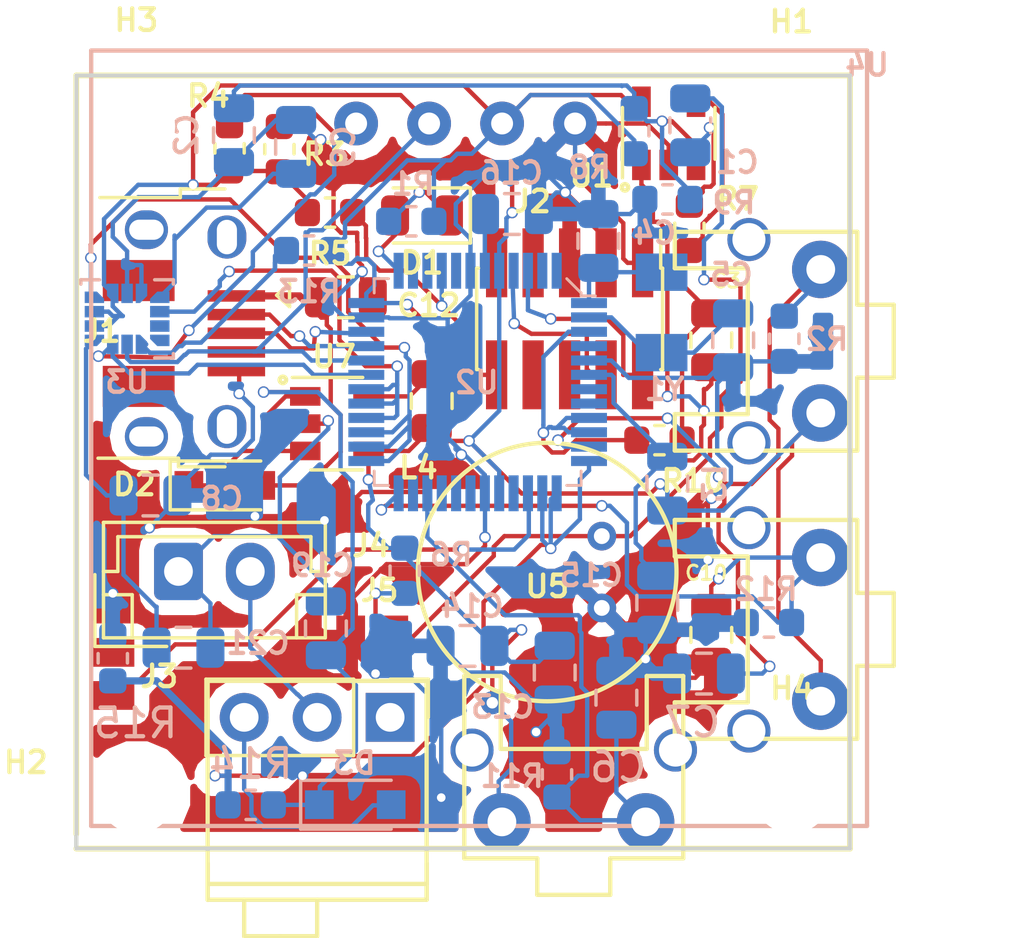
<source format=kicad_pcb>
(kicad_pcb (version 20171130) (host pcbnew "(5.0.1)-rc2")
  (layers (0 F.Cu signal) (31 B.Cu signal) (34 B.Paste user) (35 F.Paste user) (36 B.SilkS user) (37 F.SilkS user) (38 B.Mask user) (39 F.Mask user) (44 Edge.Cuts user))
  (net 0 "")
  (net 1 "Net-(C1-Pad2)")
  (net 2 BattRtn)
  (net 3 Vdd)
  (net 4 "Net-(C4-Pad2)")
  (net 5 "Net-(C5-Pad2)")
  (net 6 USB_PWR)
  (net 7 LED1_P2)
  (net 8 "Net-(D1-Pad1)")
  (net 9 "Net-(J1-Pad6)")
  (net 10 "Net-(J1-Pad4)")
  (net 11 /SWDIO)
  (net 12 /SWDCLK)
  (net 13 /SWO)
  (net 14 /RESET)
  (net 15 /BatteryManagement/Batt_int)
  (net 16 SDA)
  (net 17 SCL)
  (net 18 "Net-(SW1-Pad1)")
  (net 19 "Net-(U2-Pad20)")
  (net 20 "Net-(U2-Pad16)")
  (net 21 "Net-(U2-Pad4)")
  (net 22 "Net-(U3-Pad10)")
  (net 23 "Net-(U3-Pad11)")
  (net 24 "Net-(U2-Pad8)")
  (net 25 "Net-(U2-Pad7)")
  (net 26 "Net-(C9-Pad1)")
  (net 27 IMU_INT)
  (net 28 BattPwr)
  (net 29 "Net-(L4-Pad1)")
  (net 30 /VDDANA)
  (net 31 /VDDCORE)
  (net 32 "Net-(J2-Pad7)")
  (net 33 "Net-(J2-Pad8)")
  (net 34 "Net-(J2-Pad9)")
  (net 35 "Net-(U2-Pad21)")
  (net 36 "Net-(U2-Pad41)")
  (net 37 "Net-(U2-Pad47)")
  (net 38 /BatteryManagement/Batt-)
  (net 39 /USB_DP)
  (net 40 /USB_DM)
  (net 41 "Net-(U2-Pad48)")
  (net 42 "Net-(U2-Pad19)")
  (net 43 "Net-(J3-Pad2)")
  (net 44 "Net-(C1-Pad1)")
  (net 45 "Net-(C2-Pad1)")
  (net 46 Audio_out)
  (net 47 "Net-(C3-Pad2)")
  (net 48 "Net-(D3-Pad2)")
  (net 49 Fun_Btn_1)
  (net 50 Fun_Btn_2)
  (net 51 Fun_Btn_3)
  (net 52 "Net-(U2-Pad23)")
  (net 53 "Net-(U2-Pad38)")
  (net 54 "Net-(U2-Pad39)")
  (net 55 "Net-(R13-Pad1)")
  (net 56 IMU_INT2)
  (net 57 BattADC)
  (module CustomFP:MO043803_4.5mm (layer F.Cu) (at 196.22 120.416)
    (fp_text reference U5 (at 0 0.5) (layer F.SilkS) (effects (font (size 0.75 0.75))))
    (fp_text value MO043803_4.5mm)
    (pad 1 thru_hole circle (at 1.9 -1.25) (size 1 1) (drill 0.55) (layers *.Cu *.Mask) (net 1 "Net-(C1-Pad2)"))
    (pad 2 thru_hole circle (at 1.9 1.25) (size 1 1) (drill 0.55) (layers *.Cu *.Mask) (net 2 BattRtn))
  )
  (module CustomFP:ebay_RA_Mom_switch (layer F.Cu) (at 197.144 129.11582 180)
    (fp_text reference SW4 hide)
    (fp_text value Switch)
    (pad "" np_thru_hole circle (at -3.54 2.5 180) (size 1.5 1.5) (drill 1.15) (layers *.Cu *.Mask))
    (pad "" np_thru_hole circle (at 3.54 2.5 180) (size 1.5 1.5) (drill 1.15) (layers *.Cu *.Mask))
    (pad 2 thru_hole circle (at -2.5 0 180) (size 2 2) (drill 1) (layers *.Cu *.Mask) (net 50 Fun_Btn_2))
    (pad 1 thru_hole circle (at 2.5 0 180) (size 2 2) (drill 1) (layers *.Cu *.Mask) (net 3 Vdd))
  )
  (module CustomFP:ebay_RA_Mom_switch (layer F.Cu) (at 205.74 122.412 270)
    (fp_text reference SW5 hide)
    (fp_text value Switch)
    (pad "" np_thru_hole circle (at -3.54 2.5 270) (size 1.5 1.5) (drill 1.15) (layers *.Cu *.Mask))
    (pad "" np_thru_hole circle (at 3.54 2.5 270) (size 1.5 1.5) (drill 1.15) (layers *.Cu *.Mask))
    (pad 2 thru_hole circle (at -2.5 0 270) (size 2 2) (drill 1) (layers *.Cu *.Mask) (net 51 Fun_Btn_3))
    (pad 1 thru_hole circle (at 2.5 0 270) (size 2 2) (drill 1) (layers *.Cu *.Mask) (net 3 Vdd))
  )
  (module CustomFP:ebay_RA_Mom_switch (layer F.Cu) (at 205.74 112.379 270)
    (fp_text reference SW3 hide)
    (fp_text value Switch)
    (pad "" np_thru_hole circle (at -3.54 2.5 270) (size 1.5 1.5) (drill 1.15) (layers *.Cu *.Mask))
    (pad "" np_thru_hole circle (at 3.54 2.5 270) (size 1.5 1.5) (drill 1.15) (layers *.Cu *.Mask))
    (pad 2 thru_hole circle (at -2.5 0 270) (size 2 2) (drill 1) (layers *.Cu *.Mask) (net 49 Fun_Btn_1))
    (pad 1 thru_hole circle (at 2.5 0 270) (size 2 2) (drill 1) (layers *.Cu *.Mask) (net 3 Vdd))
  )
  (module CustomFP:USB_Micro-B_Adafruit (layer F.Cu) (at 183.388 111.252 270)
    (fp_text reference J1 (at 0.775 2.675) (layer F.SilkS) (effects (font (size 0.75 0.75))))
    (fp_text value USB_B_Micro)
    (pad "" np_thru_hole circle (at 2.795 -0.785) (size 0.85 0.85) (drill 0.85) (layers *.Cu *.Mask))
    (pad "" np_thru_hole circle (at -1.105 -0.785) (size 0.85 0.85) (drill 0.85) (layers *.Cu *.Mask))
    (pad "" thru_hole oval (at 4.1 -1.685 270) (size 1.5 1.35) (drill oval 1.2 0.7) (layers *.Cu *.Mask))
    (pad "" thru_hole oval (at -2.5 -1.685 270) (size 1.5 1.35) (drill oval 1.2 0.7) (layers *.Cu *.Mask))
    (pad "" smd rect (at 2.7 1.385) (size 2.5 1.43) (layers F.Cu F.Paste F.Mask))
    (pad "" thru_hole oval (at 4.445 1.115) (size 1.5 1.35) (drill oval 1.2 0.7) (layers *.Cu *.Mask))
    (pad 1 smd rect (at -0.45 -2.015) (size 2 0.4) (layers F.Cu F.Paste F.Mask) (net 6 USB_PWR))
    (pad 2 smd rect (at 0.2 -2.015) (size 2 0.4) (layers F.Cu F.Paste F.Mask) (net 40 /USB_DM))
    (pad 3 smd rect (at 0.85 -2.015) (size 2 0.4) (layers F.Cu F.Paste F.Mask) (net 39 /USB_DP))
    (pad 4 smd rect (at 1.5 -2.015) (size 2 0.4) (layers F.Cu F.Paste F.Mask) (net 10 "Net-(J1-Pad4)"))
    (pad 5 smd rect (at 2.15 -2.015) (size 2 0.4) (layers F.Cu F.Paste F.Mask) (net 2 BattRtn))
    (pad "" thru_hole oval (at -2.755 1.115) (size 1.5 1.35) (drill oval 1.2 0.7) (layers *.Cu *.Mask))
    (pad 6 smd rect (at -0.985 1.385) (size 2.5 1.43) (layers F.Cu F.Paste F.Mask) (net 9 "Net-(J1-Pad6)"))
  )
  (module Capacitor_SMD:C_0805_2012Metric (layer B.Cu) (at 194.9935 107.95)
    (fp_text reference C16 (at -0.02056 -1.43002) (layer B.SilkS) (effects (font (size 0.75 0.75)) (justify mirror)))
    (fp_text value 82n)
    (pad 2 smd roundrect (at 0.9375 0) (size 0.975 1.4) (layers B.Cu B.Paste B.Mask) (net 2 BattRtn))
    (pad 1 smd roundrect (at -0.9375 0) (size 0.975 1.4) (layers B.Cu B.Paste B.Mask) (net 31 /VDDCORE))
  )
  (module Capacitor_SMD:C_0805_2012Metric (layer B.Cu) (at 201.2 104.8625 90)
    (fp_text reference C1 (at -1.28664 1.63678 180) (layer B.SilkS) (effects (font (size 0.75 0.75)) (justify mirror)))
    (fp_text value 4.7uF)
    (pad 2 smd roundrect (at 0.9375 0 90) (size 0.975 1.4) (layers B.Cu B.Paste B.Mask) (net 1 "Net-(C1-Pad2)"))
    (pad 1 smd roundrect (at -0.9375 0 90) (size 0.975 1.4) (layers B.Cu B.Paste B.Mask) (net 44 "Net-(C1-Pad1)"))
  )
  (module Capacitor_SMD:C_0805_2012Metric (layer B.Cu) (at 185.3184 105.2045 270)
    (fp_text reference C2 (at 0 1.65 270) (layer B.SilkS) (effects (font (size 0.75 0.75)) (justify mirror)))
    (fp_text value 1uF)
    (pad 2 smd roundrect (at 0.9375 0 270) (size 0.975 1.4) (layers B.Cu B.Paste B.Mask) (net 2 BattRtn))
    (pad 1 smd roundrect (at -0.9375 0 270) (size 0.975 1.4) (layers B.Cu B.Paste B.Mask) (net 45 "Net-(C2-Pad1)"))
  )
  (module Capacitor_SMD:C_0805_2012Metric (layer B.Cu) (at 200.05 121.4875 270)
    (fp_text reference C15 (at -0.95434 2.29576) (layer B.SilkS) (effects (font (size 0.75 0.75)) (justify mirror)))
    (fp_text value 82n)
    (pad 1 smd roundrect (at -0.9375 0 270) (size 0.975 1.4) (layers B.Cu B.Paste B.Mask) (net 30 /VDDANA))
    (pad 2 smd roundrect (at 0.9375 0 270) (size 0.975 1.4) (layers B.Cu B.Paste B.Mask) (net 2 BattRtn))
  )
  (module Capacitor_SMD:C_0805_2012Metric (layer B.Cu) (at 188.5188 122.3772 90)
    (fp_text reference C19 (at 2.19202 -0.1143 180) (layer B.SilkS) (effects (font (size 0.75 0.75)) (justify mirror)))
    (fp_text value 0.1uF)
    (pad 2 smd roundrect (at 0.9375 0 90) (size 0.975 1.4) (layers B.Cu B.Paste B.Mask) (net 38 /BatteryManagement/Batt-))
    (pad 1 smd roundrect (at -0.9375 0 90) (size 0.975 1.4) (layers B.Cu B.Paste B.Mask) (net 28 BattPwr))
  )
  (module Capacitor_SMD:C_0805_2012Metric (layer B.Cu) (at 183.5625 123.05)
    (fp_text reference C21 (at 2.59156 -0.15718) (layer B.SilkS) (effects (font (size 0.75 0.75)) (justify mirror)))
    (fp_text value C)
    (pad 1 smd roundrect (at -0.9375 0) (size 0.975 1.4) (layers B.Cu B.Paste B.Mask) (net 3 Vdd))
    (pad 2 smd roundrect (at 0.9375 0) (size 0.975 1.4) (layers B.Cu B.Paste B.Mask) (net 38 /BatteryManagement/Batt-))
  )
  (module LED_SMD:LED_0805_2012Metric (layer F.Cu) (at 191.8625 108 180)
    (fp_text reference D1 (at 0 -1.65 180) (layer F.SilkS) (effects (font (size 0.75 0.75))))
    (fp_text value LED_B)
    (pad 1 smd roundrect (at -0.9375 0 180) (size 0.975 1.4) (layers F.Cu F.Paste F.Mask) (net 8 "Net-(D1-Pad1)"))
    (pad 2 smd roundrect (at 0.9375 0 180) (size 0.975 1.4) (layers F.Cu F.Paste F.Mask) (net 7 LED1_P2))
  )
  (module Diode_SMD:D_SOD-323_HandSoldering (layer F.Cu) (at 185 117.4)
    (fp_text reference D2 (at -3.1487 -0.03168) (layer F.SilkS) (effects (font (size 0.75 0.75))))
    (fp_text value D_Schottky)
    (pad 2 smd rect (at 1.25 0) (size 1 1) (layers F.Cu F.Paste F.Mask) (net 6 USB_PWR))
    (pad 1 smd rect (at -1.25 0) (size 1 1) (layers F.Cu F.Paste F.Mask) (net 28 BattPwr))
  )
  (module Diode_SMD:D_SOD-323_HandSoldering (layer B.Cu) (at 189.53956 128.51638)
    (fp_text reference D3 (at -0.03524 -1.44526) (layer B.SilkS) (effects (font (size 0.75 0.75)) (justify mirror)))
    (fp_text value D_Schottky)
    (pad 1 smd rect (at -1.25 0) (size 1 1) (layers B.Cu B.Paste B.Mask) (net 28 BattPwr))
    (pad 2 smd rect (at 1.25 0) (size 1 1) (layers B.Cu B.Paste B.Mask) (net 48 "Net-(D3-Pad2)"))
  )
  (module Connector_PinHeader_1.27mm:PinHeader_2x05_P1.27mm_Vertical_SMD (layer F.Cu) (at 197 111.6 270)
    (fp_text reference J2 (at -4.08688 1.30824) (layer F.SilkS) (effects (font (size 0.75 0.75))))
    (fp_text value Conn_ARM_JTAG_SWD_10)
    (pad 1 smd rect (at -1.95 -2.54 270) (size 2.4 0.74) (layers F.Cu F.Paste F.Mask) (net 3 Vdd))
    (pad 2 smd rect (at 1.95 -2.54 270) (size 2.4 0.74) (layers F.Cu F.Paste F.Mask) (net 11 /SWDIO))
    (pad 3 smd rect (at -1.95 -1.27 270) (size 2.4 0.74) (layers F.Cu F.Paste F.Mask) (net 2 BattRtn))
    (pad 4 smd rect (at 1.95 -1.27 270) (size 2.4 0.74) (layers F.Cu F.Paste F.Mask) (net 12 /SWDCLK))
    (pad 5 smd rect (at -1.95 0 270) (size 2.4 0.74) (layers F.Cu F.Paste F.Mask) (net 2 BattRtn))
    (pad 6 smd rect (at 1.95 0 270) (size 2.4 0.74) (layers F.Cu F.Paste F.Mask) (net 13 /SWO))
    (pad 7 smd rect (at -1.95 1.27 270) (size 2.4 0.74) (layers F.Cu F.Paste F.Mask) (net 32 "Net-(J2-Pad7)"))
    (pad 8 smd rect (at 1.95 1.27 270) (size 2.4 0.74) (layers F.Cu F.Paste F.Mask) (net 33 "Net-(J2-Pad8)"))
    (pad 9 smd rect (at -1.95 2.54 270) (size 2.4 0.74) (layers F.Cu F.Paste F.Mask) (net 34 "Net-(J2-Pad9)"))
    (pad 10 smd rect (at 1.95 2.54 270) (size 2.4 0.74) (layers F.Cu F.Paste F.Mask) (net 14 /RESET))
  )
  (module Inductor_SMD:L_0805_2012Metric (layer F.Cu) (at 192.2 114.4625 270)
    (fp_text reference L4 (at 2.31908 0.46302) (layer F.SilkS) (effects (font (size 0.75 0.75))))
    (fp_text value INDUCTOR)
    (pad 1 smd roundrect (at -0.9375 0 270) (size 0.975 1.4) (layers F.Cu F.Paste F.Mask) (net 29 "Net-(L4-Pad1)"))
    (pad 2 smd roundrect (at 0.9375 0 270) (size 0.975 1.4) (layers F.Cu F.Paste F.Mask) (net 3 Vdd))
  )
  (module Resistor_SMD:R_0603_1608Metric (layer B.Cu) (at 191.4905 108.204)
    (fp_text reference R1 (at 0.06106 -1.29794) (layer B.SilkS) (effects (font (size 0.75 0.75)) (justify mirror)))
    (fp_text value 5.6)
    (pad 1 smd roundrect (at -0.7875 0) (size 0.875 0.95) (layers B.Cu B.Paste B.Mask) (net 8 "Net-(D1-Pad1)"))
    (pad 2 smd roundrect (at 0.7875 0) (size 0.875 0.95) (layers B.Cu B.Paste B.Mask) (net 3 Vdd))
  )
  (module Relay_SMD:R_0603_1608Metric (layer B.Cu) (at 191.262 120.3705 90)
    (fp_text reference R6 (at 0.5587 1.61798 180) (layer B.SilkS) (effects (font (size 0.75 0.75)) (justify mirror)))
    (fp_text value 10k)
    (pad 1 smd roundrect (at -0.7875 0 90) (size 0.875 0.95) (layers B.Cu B.Paste B.Mask) (net 1 "Net-(C1-Pad2)"))
    (pad 2 smd roundrect (at 0.7875 0 90) (size 0.875 0.95) (layers B.Cu B.Paste B.Mask) (net 3 Vdd))
  )
  (module Relay_SMD:R_0603_1608Metric (layer F.Cu) (at 201.168 108.4325 90)
    (fp_text reference R7 (at 1.00828 1.67894 180) (layer F.SilkS) (effects (font (size 0.75 0.75))))
    (fp_text value 1.5k)
    (pad 1 smd roundrect (at -0.7875 0 90) (size 0.875 0.95) (layers F.Cu F.Paste F.Mask) (net 47 "Net-(C3-Pad2)"))
    (pad 2 smd roundrect (at 0.7875 0 90) (size 0.875 0.95) (layers F.Cu F.Paste F.Mask) (net 44 "Net-(C1-Pad1)"))
  )
  (module Relay_SMD:R_0603_1608Metric (layer B.Cu) (at 199.2503 105.06446 270)
    (fp_text reference R8 (at 1.25994 1.55448) (layer B.SilkS) (effects (font (size 0.75 0.75)) (justify mirror)))
    (fp_text value 10k)
    (pad 2 smd roundrect (at 0.7875 0 270) (size 0.875 0.95) (layers B.Cu B.Paste B.Mask) (net 3 Vdd))
    (pad 1 smd roundrect (at -0.7875 0 270) (size 0.875 0.95) (layers B.Cu B.Paste B.Mask) (net 45 "Net-(C2-Pad1)"))
  )
  (module Relay_SMD:R_0603_1608Metric (layer B.Cu) (at 200.406 107.442)
    (fp_text reference R9 (at 2.31394 0.1143) (layer B.SilkS) (effects (font (size 0.75 0.75)) (justify mirror)))
    (fp_text value 10k)
    (pad 1 smd roundrect (at -0.7875 0) (size 0.875 0.95) (layers B.Cu B.Paste B.Mask) (net 2 BattRtn))
    (pad 2 smd roundrect (at 0.7875 0) (size 0.875 0.95) (layers B.Cu B.Paste B.Mask) (net 45 "Net-(C2-Pad1)"))
  )
  (module Relay_SMD:R_0603_1608Metric (layer F.Cu) (at 200.1265 115.824 180)
    (fp_text reference R10 (at -1.1685 -1.41732 180) (layer F.SilkS) (effects (font (size 0.75 0.75))))
    (fp_text value 100k)
    (pad 2 smd roundrect (at 0.7875 0 180) (size 0.875 0.95) (layers F.Cu F.Paste F.Mask) (net 46 Audio_out))
    (pad 1 smd roundrect (at -0.7875 0 180) (size 0.875 0.95) (layers F.Cu F.Paste F.Mask) (net 47 "Net-(C3-Pad2)"))
  )
  (module Package_TO_SOT_SMD:SOT-23-5 (layer F.Cu) (at 200.44918 105.14076 90)
    (fp_text reference U1 (at -1.47828 -2.68986 180) (layer F.SilkS) (effects (font (size 0.75 0.75))))
    (fp_text value MCP6421)
    (pad 5 smd rect (at 1.1 -0.95 90) (size 1.06 0.65) (layers F.Cu F.Paste F.Mask) (net 3 Vdd))
    (pad 4 smd rect (at 1.1 0.95 90) (size 1.06 0.65) (layers F.Cu F.Paste F.Mask) (net 47 "Net-(C3-Pad2)"))
    (pad 3 smd rect (at -1.1 0.95 90) (size 1.06 0.65) (layers F.Cu F.Paste F.Mask) (net 45 "Net-(C2-Pad1)"))
    (pad 2 smd rect (at -1.1 0 90) (size 1.06 0.65) (layers F.Cu F.Paste F.Mask) (net 2 BattRtn))
    (pad 1 smd rect (at -1.1 -0.95 90) (size 1.06 0.65) (layers F.Cu F.Paste F.Mask) (net 46 Audio_out))
  )
  (module digikey-footprints:TQFP-48_7x7mm (layer B.Cu) (at 193.8 113.8 180)
    (fp_text reference U2 (at 0.03356 -0.0174 180) (layer B.SilkS) (effects (font (size 0.75 0.75)) (justify mirror)))
    (fp_text value ATSAMD21G18A-AUT)
    (pad 6 smd rect (at -3.875 0.25 180) (size 1.25 0.35) (layers B.Cu B.Paste B.Mask) (net 30 /VDDANA))
    (pad 5 smd rect (at -3.875 0.75 180) (size 1.25 0.35) (layers B.Cu B.Paste B.Mask) (net 2 BattRtn))
    (pad 4 smd rect (at -3.875 1.25 180) (size 1.25 0.35) (layers B.Cu B.Paste B.Mask) (net 21 "Net-(U2-Pad4)"))
    (pad 3 smd rect (at -3.875 1.75 180) (size 1.25 0.35) (layers B.Cu B.Paste B.Mask) (net 46 Audio_out))
    (pad 2 smd rect (at -3.875 2.25 180) (size 1.25 0.35) (layers B.Cu B.Paste B.Mask) (net 5 "Net-(C5-Pad2)"))
    (pad 1 smd rect (at -3.875 2.75 180) (size 1.25 0.35) (layers B.Cu B.Paste B.Mask) (net 4 "Net-(C4-Pad2)"))
    (pad 7 smd rect (at -3.875 -0.25 180) (size 1.25 0.35) (layers B.Cu B.Paste B.Mask) (net 25 "Net-(U2-Pad7)"))
    (pad 8 smd rect (at -3.875 -0.75 180) (size 1.25 0.35) (layers B.Cu B.Paste B.Mask) (net 24 "Net-(U2-Pad8)"))
    (pad 9 smd rect (at -3.875 -1.25 180) (size 1.25 0.35) (layers B.Cu B.Paste B.Mask) (net 46 Audio_out))
    (pad 10 smd rect (at -3.875 -1.75 180) (size 1.25 0.35) (layers B.Cu B.Paste B.Mask) (net 46 Audio_out))
    (pad 11 smd rect (at -3.875 -2.25 180) (size 1.25 0.35) (layers B.Cu B.Paste B.Mask) (net 49 Fun_Btn_1))
    (pad 12 smd rect (at -3.875 -2.75 180) (size 1.25 0.35) (layers B.Cu B.Paste B.Mask) (net 57 BattADC))
    (pad 18 smd rect (at -0.25 -3.875 180) (size 0.35 1.25) (layers B.Cu B.Paste B.Mask) (net 2 BattRtn))
    (pad 17 smd rect (at -0.75 -3.875 180) (size 0.35 1.25) (layers B.Cu B.Paste B.Mask) (net 3 Vdd))
    (pad 16 smd rect (at -1.25 -3.875 180) (size 0.35 1.25) (layers B.Cu B.Paste B.Mask) (net 20 "Net-(U2-Pad16)"))
    (pad 15 smd rect (at -1.75 -3.875 180) (size 0.35 1.25) (layers B.Cu B.Paste B.Mask) (net 43 "Net-(J3-Pad2)"))
    (pad 14 smd rect (at -2.25 -3.875 180) (size 0.35 1.25) (layers B.Cu B.Paste B.Mask) (net 57 BattADC))
    (pad 13 smd rect (at -2.75 -3.875 180) (size 0.35 1.25) (layers B.Cu B.Paste B.Mask) (net 57 BattADC))
    (pad 19 smd rect (at 0.25 -3.875 180) (size 0.35 1.25) (layers B.Cu B.Paste B.Mask) (net 42 "Net-(U2-Pad19)"))
    (pad 20 smd rect (at 0.75 -3.875 180) (size 0.35 1.25) (layers B.Cu B.Paste B.Mask) (net 19 "Net-(U2-Pad20)"))
    (pad 21 smd rect (at 1.25 -3.875 180) (size 0.35 1.25) (layers B.Cu B.Paste B.Mask) (net 35 "Net-(U2-Pad21)"))
    (pad 22 smd rect (at 1.75 -3.875 180) (size 0.35 1.25) (layers B.Cu B.Paste B.Mask) (net 50 Fun_Btn_2))
    (pad 23 smd rect (at 2.25 -3.875 180) (size 0.35 1.25) (layers B.Cu B.Paste B.Mask) (net 52 "Net-(U2-Pad23)"))
    (pad 24 smd rect (at 2.75 -3.875 180) (size 0.35 1.25) (layers B.Cu B.Paste B.Mask) (net 51 Fun_Btn_3))
    (pad 25 smd rect (at 3.875 -2.75 180) (size 1.25 0.35) (layers B.Cu B.Paste B.Mask) (net 56 IMU_INT2))
    (pad 26 smd rect (at 3.875 -2.25 180) (size 1.25 0.35) (layers B.Cu B.Paste B.Mask) (net 56 IMU_INT2))
    (pad 27 smd rect (at 3.875 -1.75 180) (size 1.25 0.35) (layers B.Cu B.Paste B.Mask) (net 56 IMU_INT2))
    (pad 28 smd rect (at 3.875 -1.25 180) (size 1.25 0.35) (layers B.Cu B.Paste B.Mask) (net 27 IMU_INT))
    (pad 29 smd rect (at 3.875 -0.75 180) (size 1.25 0.35) (layers B.Cu B.Paste B.Mask) (net 27 IMU_INT))
    (pad 30 smd rect (at 3.875 -0.25 180) (size 1.25 0.35) (layers B.Cu B.Paste B.Mask) (net 27 IMU_INT))
    (pad 31 smd rect (at 3.875 0.25 180) (size 1.25 0.35) (layers B.Cu B.Paste B.Mask) (net 16 SDA))
    (pad 32 smd rect (at 3.875 0.75 180) (size 1.25 0.35) (layers B.Cu B.Paste B.Mask) (net 17 SCL))
    (pad 33 smd rect (at 3.875 1.25 180) (size 1.25 0.35) (layers B.Cu B.Paste B.Mask) (net 40 /USB_DM))
    (pad 34 smd rect (at 3.875 1.75 180) (size 1.25 0.35) (layers B.Cu B.Paste B.Mask) (net 39 /USB_DP))
    (pad 35 smd rect (at 3.875 2.25 180) (size 1.25 0.35) (layers B.Cu B.Paste B.Mask) (net 2 BattRtn))
    (pad 36 smd rect (at 3.875 2.75 180) (size 1.25 0.35) (layers B.Cu B.Paste B.Mask) (net 3 Vdd))
    (pad 37 smd rect (at 2.75 3.875 180) (size 0.35 1.25) (layers B.Cu B.Paste B.Mask) (net 7 LED1_P2))
    (pad 38 smd rect (at 2.25 3.875 180) (size 0.35 1.25) (layers B.Cu B.Paste B.Mask) (net 53 "Net-(U2-Pad38)"))
    (pad 39 smd rect (at 1.75 3.875 180) (size 0.35 1.25) (layers B.Cu B.Paste B.Mask) (net 54 "Net-(U2-Pad39)"))
    (pad 40 smd rect (at 1.25 3.875 180) (size 0.35 1.25) (layers B.Cu B.Paste B.Mask) (net 14 /RESET))
    (pad 41 smd rect (at 0.75 3.875 180) (size 0.35 1.25) (layers B.Cu B.Paste B.Mask) (net 36 "Net-(U2-Pad41)"))
    (pad 42 smd rect (at 0.25 3.875 180) (size 0.35 1.25) (layers B.Cu B.Paste B.Mask) (net 2 BattRtn))
    (pad 43 smd rect (at -0.25 3.875 180) (size 0.35 1.25) (layers B.Cu B.Paste B.Mask) (net 31 /VDDCORE))
    (pad 44 smd rect (at -0.75 3.875 180) (size 0.35 1.25) (layers B.Cu B.Paste B.Mask) (net 3 Vdd))
    (pad 45 smd rect (at -1.25 3.875 180) (size 0.35 1.25) (layers B.Cu B.Paste B.Mask) (net 12 /SWDCLK))
    (pad 46 smd rect (at -1.75 3.875 180) (size 0.35 1.25) (layers B.Cu B.Paste B.Mask) (net 11 /SWDIO))
    (pad 47 smd rect (at -2.25 3.875 180) (size 0.35 1.25) (layers B.Cu B.Paste B.Mask) (net 37 "Net-(U2-Pad47)"))
    (pad 48 smd rect (at -2.75 3.875 180) (size 0.35 1.25) (layers B.Cu B.Paste B.Mask) (net 41 "Net-(U2-Pad48)"))
  )
  (module Package_LGA:LGA-14_3x2.5mm_P0.5mm_LayoutBorder3x4y (layer B.Cu) (at 181.6 111.6)
    (fp_text reference U3 (at 0 2.2) (layer B.SilkS) (effects (font (size 0.75 0.75)) (justify mirror)))
    (fp_text value LSM6DS3)
    (pad 1 smd custom (at -1.1375 0.75) (size 0.4 0.4) (layers B.Cu B.Paste B.Mask) (net 3 Vdd) (options (clearance outline) (anchor circle)) (primitives (gr_poly (pts (xy -0.3375 0.2) (xy 0.0875 0.2) (xy 0.3375 -0.05) (xy 0.3375 -0.2) (xy -0.3375 -0.2)) (width 0))))
    (pad 2 smd rect (at -1.1375 0.25) (size 0.675 0.4) (layers B.Cu B.Paste B.Mask) (net 3 Vdd))
    (pad 3 smd rect (at -1.1375 -0.25) (size 0.675 0.4) (layers B.Cu B.Paste B.Mask) (net 3 Vdd))
    (pad 4 smd custom (at -1.1375 -0.75) (size 0.4 0.4) (layers B.Cu B.Paste B.Mask) (net 56 IMU_INT2) (options (clearance outline) (anchor circle)) (primitives (gr_poly (pts (xy -0.3375 0.2) (xy 0.3375 0.2) (xy 0.3375 0.05) (xy 0.0875 -0.2) (xy -0.3375 -0.2)) (width 0))))
    (pad 5 smd custom (at -0.5 -0.8875) (size 0.4 0.4) (layers B.Cu B.Paste B.Mask) (net 3 Vdd) (options (clearance outline) (anchor circle)) (primitives (gr_poly (pts (xy -0.2 0.0875) (xy 0.05 0.3375) (xy 0.2 0.3375) (xy 0.2 -0.3375) (xy -0.2 -0.3375)) (width 0))))
    (pad 6 smd rect (at 0 -0.8875) (size 0.4 0.675) (layers B.Cu B.Paste B.Mask) (net 2 BattRtn))
    (pad 7 smd custom (at 0.5 -0.8875) (size 0.4 0.4) (layers B.Cu B.Paste B.Mask) (net 2 BattRtn) (options (clearance outline) (anchor circle)) (primitives (gr_poly (pts (xy -0.2 0.3375) (xy -0.05 0.3375) (xy 0.2 0.0875) (xy 0.2 -0.3375) (xy -0.2 -0.3375)) (width 0))))
    (pad 8 smd custom (at 1.1375 -0.75) (size 0.4 0.4) (layers B.Cu B.Paste B.Mask) (net 26 "Net-(C9-Pad1)") (options (clearance outline) (anchor circle)) (primitives (gr_poly (pts (xy -0.3375 0.2) (xy 0.3375 0.2) (xy 0.3375 -0.2) (xy -0.0875 -0.2) (xy -0.3375 0.05)) (width 0))))
    (pad 9 smd rect (at 1.1375 -0.25) (size 0.675 0.4) (layers B.Cu B.Paste B.Mask) (net 27 IMU_INT))
    (pad 10 smd rect (at 1.1375 0.25) (size 0.675 0.4) (layers B.Cu B.Paste B.Mask) (net 22 "Net-(U3-Pad10)"))
    (pad 11 smd custom (at 1.1375 0.75) (size 0.4 0.4) (layers B.Cu B.Paste B.Mask) (net 23 "Net-(U3-Pad11)") (options (clearance outline) (anchor circle)) (primitives (gr_poly (pts (xy -0.3375 -0.05) (xy -0.0875 0.2) (xy 0.3375 0.2) (xy 0.3375 -0.2) (xy -0.3375 -0.2)) (width 0))))
    (pad 12 smd custom (at 0.5 0.8875) (size 0.4 0.4) (layers B.Cu B.Paste B.Mask) (net 55 "Net-(R13-Pad1)") (options (clearance outline) (anchor circle)) (primitives (gr_poly (pts (xy -0.2 0.3375) (xy 0.2 0.3375) (xy 0.2 -0.0875) (xy -0.05 -0.3375) (xy -0.2 -0.3375)) (width 0))))
    (pad 13 smd rect (at 0 0.8875) (size 0.4 0.675) (layers B.Cu B.Paste B.Mask) (net 17 SCL))
    (pad 14 smd custom (at -0.5 0.8875) (size 0.4 0.4) (layers B.Cu B.Paste B.Mask) (net 16 SDA) (options (clearance outline) (anchor circle)) (primitives (gr_poly (pts (xy -0.2 0.3375) (xy 0.2 0.3375) (xy 0.2 -0.3375) (xy 0.05 -0.3375) (xy -0.2 -0.0875)) (width 0))))
  )
  (module Package_TO_SOT_SMD:SOT-23-5 (layer F.Cu) (at 188.9 115.25)
    (fp_text reference U7 (at -0.09672 -2.3343) (layer F.SilkS) (effects (font (size 0.75 0.75))))
    (fp_text value LM3671)
    (pad 1 smd rect (at -1.1 -0.95) (size 1.06 0.65) (layers F.Cu F.Paste F.Mask) (net 28 BattPwr))
    (pad 2 smd rect (at -1.1 0) (size 1.06 0.65) (layers F.Cu F.Paste F.Mask) (net 38 /BatteryManagement/Batt-))
    (pad 3 smd rect (at -1.1 0.95) (size 1.06 0.65) (layers F.Cu F.Paste F.Mask) (net 28 BattPwr))
    (pad 4 smd rect (at 1.1 0.95) (size 1.06 0.65) (layers F.Cu F.Paste F.Mask) (net 3 Vdd))
    (pad 5 smd rect (at 1.1 -0.95) (size 1.06 0.65) (layers F.Cu F.Paste F.Mask) (net 29 "Net-(L4-Pad1)"))
  )
  (module CustomFP:TFE322P32K7680R (layer B.Cu) (at 200.2 109.976 270)
    (fp_text reference Y1 (at 4.07508 -0.09932) (layer B.SilkS) (effects (font (size 0.75 0.75)) (justify mirror)))
    (fp_text value Crystal)
    (pad 1 smd rect (at 0 0 270) (size 1.3 1.8) (layers B.Cu B.Paste B.Mask) (net 4 "Net-(C4-Pad2)"))
    (pad 2 smd rect (at 2.8 0 270) (size 1.3 1.8) (layers B.Cu B.Paste B.Mask) (net 5 "Net-(C5-Pad2)"))
  )
  (module Inductor_SMD:L_0805_2012Metric (layer B.Cu) (at 200.4 117.3375 90)
    (fp_text reference L3 (at 0 1.65 90) (layer B.SilkS) (effects (font (size 0.75 0.75)) (justify mirror)))
    (fp_text value INDUCTOR)
    (pad 1 smd roundrect (at -0.9375 0 90) (size 0.975 1.4) (layers B.Cu B.Paste B.Mask) (net 3 Vdd))
    (pad 2 smd roundrect (at 0.9375 0 90) (size 0.975 1.4) (layers B.Cu B.Paste B.Mask) (net 30 /VDDANA))
  )
  (module Connector_JST:JST_EH_B02B-EH-A_1x02_P2.50mm_Vertical (layer F.Cu) (at 183.388 120.396)
    (fp_text reference J4 (at 6.70052 -0.9017) (layer F.SilkS) (effects (font (size 0.75 0.75))))
    (fp_text value Conn_01x02_Female)
    (pad 1 thru_hole roundrect (at 0 0) (size 1.7 2) (drill 1) (layers *.Cu *.Mask) (roundrect_rratio 0.147059) (net 38 /BatteryManagement/Batt-))
    (pad 2 thru_hole oval (at 2.5 0) (size 1.7 2) (drill 1) (layers *.Cu *.Mask) (net 15 /BatteryManagement/Batt_int))
  )
  (module Capacitor_SMD:C_0805_2012Metric (layer F.Cu) (at 201.93 112.3465 90)
    (fp_text reference C3 (at 2.07748 0.53086 180) (layer F.SilkS) (effects (font (size 0.5 0.5) (thickness 0.1))))
    (fp_text value 100pF)
    (pad 2 smd roundrect (at 0.9375 0 90) (size 0.975 1.4) (layers F.Cu F.Paste F.Mask) (net 47 "Net-(C3-Pad2)"))
    (pad 1 smd roundrect (at -0.9375 0 90) (size 0.975 1.4) (layers F.Cu F.Paste F.Mask) (net 46 Audio_out))
  )
  (module Capacitor_SMD:C_0805_2012Metric (layer B.Cu) (at 198 108.8875 270)
    (fp_text reference C4 (at -0.27202 -1.9615) (layer B.SilkS) (effects (font (size 0.75 0.75)) (justify mirror)))
    (fp_text value C)
    (pad 2 smd roundrect (at 0.9375 0 270) (size 0.975 1.4) (layers B.Cu B.Paste B.Mask) (net 4 "Net-(C4-Pad2)"))
    (pad 1 smd roundrect (at -0.9375 0 270) (size 0.975 1.4) (layers B.Cu B.Paste B.Mask) (net 2 BattRtn))
  )
  (module Capacitor_SMD:C_0805_2012Metric (layer B.Cu) (at 202.692 112.3465 90)
    (fp_text reference C5 (at 2.2883 -0.06096 180) (layer B.SilkS) (effects (font (size 0.75 0.75)) (justify mirror)))
    (fp_text value C)
    (pad 2 smd roundrect (at 0.9375 0 90) (size 0.975 1.4) (layers B.Cu B.Paste B.Mask) (net 5 "Net-(C5-Pad2)"))
    (pad 1 smd roundrect (at -0.9375 0 90) (size 0.975 1.4) (layers B.Cu B.Paste B.Mask) (net 2 BattRtn))
  )
  (module Capacitor_SMD:C_0805_2012Metric (layer B.Cu) (at 182.4125 117.75)
    (fp_text reference C8 (at 2.48426 0.106) (layer B.SilkS) (effects (font (size 0.75 0.75)) (justify mirror)))
    (fp_text value 100nF)
    (pad 2 smd roundrect (at 0.9375 0) (size 0.975 1.4) (layers B.Cu B.Paste B.Mask) (net 2 BattRtn))
    (pad 1 smd roundrect (at -0.9375 0) (size 0.975 1.4) (layers B.Cu B.Paste B.Mask) (net 3 Vdd))
  )
  (module Capacitor_SMD:C_0805_2012Metric (layer B.Cu) (at 187.47994 105.6132 90)
    (fp_text reference C9 (at 0 1.65 90) (layer B.SilkS) (effects (font (size 0.75 0.75)) (justify mirror)))
    (fp_text value 100nF)
    (pad 1 smd roundrect (at -0.9375 0 90) (size 0.975 1.4) (layers B.Cu B.Paste B.Mask) (net 26 "Net-(C9-Pad1)"))
    (pad 2 smd roundrect (at 0.9375 0 90) (size 0.975 1.4) (layers B.Cu B.Paste B.Mask) (net 2 BattRtn))
  )
  (module Capacitor_SMD:C_0805_2012Metric (layer F.Cu) (at 189.2125 110.85 180)
    (fp_text reference C12 (at -2.88262 -0.28262 180) (layer F.SilkS) (effects (font (size 0.75 0.75))))
    (fp_text value 100nF)
    (pad 1 smd roundrect (at -0.9375 0 180) (size 0.975 1.4) (layers F.Cu F.Paste F.Mask) (net 2 BattRtn))
    (pad 2 smd roundrect (at 0.9375 0 180) (size 0.975 1.4) (layers F.Cu F.Paste F.Mask) (net 6 USB_PWR))
  )
  (module Capacitor_SMD:C_0805_2012Metric (layer B.Cu) (at 196.4817 123.9162 270)
    (fp_text reference C13 (at 1.19912 1.80848) (layer B.SilkS) (effects (font (size 0.75 0.75)) (justify mirror)))
    (fp_text value 82n)
    (pad 1 smd roundrect (at -0.9375 0 270) (size 0.975 1.4) (layers B.Cu B.Paste B.Mask) (net 3 Vdd))
    (pad 2 smd roundrect (at 0.9375 0 270) (size 0.975 1.4) (layers B.Cu B.Paste B.Mask) (net 2 BattRtn))
  )
  (module Capacitor_SMD:C_0805_2012Metric (layer B.Cu) (at 193.4464 122.9868 180)
    (fp_text reference C14 (at -0.15748 1.38176 180) (layer B.SilkS) (effects (font (size 0.75 0.75)) (justify mirror)))
    (fp_text value 82n)
    (pad 1 smd roundrect (at -0.9375 0 180) (size 0.975 1.4) (layers B.Cu B.Paste B.Mask) (net 3 Vdd))
    (pad 2 smd roundrect (at 0.9375 0 180) (size 0.975 1.4) (layers B.Cu B.Paste B.Mask) (net 2 BattRtn))
  )
  (module Resistor_SMD:R_0603_1608Metric (layer B.Cu) (at 204.47 112.2935 270)
    (fp_text reference R2 (at 0.01514 -1.48336) (layer B.SilkS) (effects (font (size 0.75 0.75)) (justify mirror)))
    (fp_text value 10k)
    (pad 1 smd roundrect (at -0.7875 0 270) (size 0.875 0.95) (layers B.Cu B.Paste B.Mask) (net 49 Fun_Btn_1))
    (pad 2 smd roundrect (at 0.7875 0 270) (size 0.875 0.95) (layers B.Cu B.Paste B.Mask) (net 2 BattRtn))
  )
  (module Resistor_SMD:R_0603_1608Metric (layer F.Cu) (at 186.9 105.6925 90)
    (fp_text reference R3 (at -0.1747 1.568 180) (layer F.SilkS) (effects (font (size 0.75 0.75))))
    (fp_text value R)
    (pad 2 smd roundrect (at 0.7875 0 90) (size 0.875 0.95) (layers F.Cu F.Paste F.Mask) (net 16 SDA))
    (pad 1 smd roundrect (at -0.7875 0 90) (size 0.875 0.95) (layers F.Cu F.Paste F.Mask) (net 3 Vdd))
  )
  (module Resistor_SMD:R_0603_1608Metric (layer F.Cu) (at 185.166 105.664 90)
    (fp_text reference R4 (at 1.81864 -0.73914 180) (layer F.SilkS) (effects (font (size 0.75 0.75))))
    (fp_text value R)
    (pad 1 smd roundrect (at -0.7875 0 90) (size 0.875 0.95) (layers F.Cu F.Paste F.Mask) (net 3 Vdd))
    (pad 2 smd roundrect (at 0.7875 0 90) (size 0.875 0.95) (layers F.Cu F.Paste F.Mask) (net 17 SCL))
  )
  (module Resistor_SMD:R_0603_1608Metric (layer F.Cu) (at 188.6625 107.9 180)
    (fp_text reference R5 (at 0 -1.43 180) (layer F.SilkS) (effects (font (size 0.75 0.75))))
    (fp_text value 10k)
    (pad 2 smd roundrect (at 0.7875 0 180) (size 0.875 0.95) (layers F.Cu F.Paste F.Mask) (net 3 Vdd))
    (pad 1 smd roundrect (at -0.7875 0 180) (size 0.875 0.95) (layers F.Cu F.Paste F.Mask) (net 14 /RESET))
  )
  (module Resistor_SMD:R_0603_1608Metric (layer B.Cu) (at 196.56 127.4625 90)
    (fp_text reference R11 (at -0.06328 -1.5642 180) (layer B.SilkS) (effects (font (size 0.75 0.75)) (justify mirror)))
    (fp_text value 10k)
    (pad 1 smd roundrect (at -0.7875 0 90) (size 0.875 0.95) (layers B.Cu B.Paste B.Mask) (net 50 Fun_Btn_2))
    (pad 2 smd roundrect (at 0.7875 0 90) (size 0.875 0.95) (layers B.Cu B.Paste B.Mask) (net 2 BattRtn))
  )
  (module Resistor_SMD:R_0603_1608Metric (layer B.Cu) (at 203.9365 122.174 180)
    (fp_text reference R12 (at 0.09896 1.15824 180) (layer B.SilkS) (effects (font (size 0.75 0.75)) (justify mirror)))
    (fp_text value 10k)
    (pad 2 smd roundrect (at 0.7875 0 180) (size 0.875 0.95) (layers B.Cu B.Paste B.Mask) (net 2 BattRtn))
    (pad 1 smd roundrect (at -0.7875 0 180) (size 0.875 0.95) (layers B.Cu B.Paste B.Mask) (net 51 Fun_Btn_3))
  )
  (module Resistor_SMD:R_0603_1608Metric (layer B.Cu) (at 187.9345 109.22)
    (fp_text reference R13 (at 0 1.43) (layer B.SilkS) (effects (font (size 0.75 0.75)) (justify mirror)))
    (fp_text value 10k)
    (pad 1 smd roundrect (at -0.7875 0) (size 0.875 0.95) (layers B.Cu B.Paste B.Mask) (net 55 "Net-(R13-Pad1)"))
    (pad 2 smd roundrect (at 0.7875 0) (size 0.875 0.95) (layers B.Cu B.Paste B.Mask) (net 3 Vdd))
  )
  (module CustomFP:SMD_1Pin_1.5mm (layer F.Cu) (at 189.381 122.682)
    (fp_text reference J5 (at 1.00724 -1.62814) (layer F.SilkS) (effects (font (size 0.75 0.75))))
    (fp_text value TP)
    (pad 1 smd rect (at 0 0) (size 1 1.5) (layers F.Cu F.Paste F.Mask) (net 2 BattRtn))
    (pad 2 smd rect (at 1.5 0) (size 1 1.5) (layers F.Cu F.Paste F.Mask) (net 1 "Net-(C1-Pad2)"))
  )
  (module CustomFP:OLED_0.96_128x64 (layer B.Cu) (at 207.35036 102.25786 180)
    (fp_text reference U4 (at 0 -0.5 180) (layer B.SilkS) (effects (font (size 0.75 0.75)) (justify mirror)))
    (fp_text value OLED_0.96_128x64)
    (pad 1 thru_hole circle (at 10.16 -2.54 180) (size 1.524 1.524) (drill 0.762) (layers *.Cu *.Mask) (net 2 BattRtn))
    (pad 2 thru_hole circle (at 12.7 -2.54 180) (size 1.524 1.524) (drill 0.762) (layers *.Cu *.Mask) (net 3 Vdd))
    (pad 3 thru_hole circle (at 15.24 -2.54 180) (size 1.524 1.524) (drill 0.762) (layers *.Cu *.Mask) (net 17 SCL))
    (pad 4 thru_hole circle (at 17.78 -2.54 180) (size 1.524 1.524) (drill 0.762) (layers *.Cu *.Mask) (net 16 SDA))
  )
  (module MountingHole:MountingHole_2.7mm (layer F.Cu) (at 204.72 104.95)
    (fp_text reference H1 (at 0 -3.7) (layer F.SilkS) (effects (font (size 0.75 0.75))))
    (fp_text value MountingHole)
    (pad 1 np_thru_hole circle (at 0 0) (size 2.7 2.7) (drill 2.7) (layers *.Cu *.Mask))
  )
  (module MountingHole:MountingHole_2.7mm (layer F.Cu) (at 181.93766 128.1684)
    (fp_text reference H2 (at -3.8608 -1.12522) (layer F.SilkS) (effects (font (size 0.75 0.75))))
    (fp_text value MountingHole)
    (pad 1 np_thru_hole circle (at 0 0) (size 2.7 2.7) (drill 2.7) (layers *.Cu *.Mask))
  )
  (module MountingHole:MountingHole_2.7mm (layer F.Cu) (at 181.92 104.9)
    (fp_text reference H3 (at 0 -3.7) (layer F.SilkS) (effects (font (size 0.75 0.75))))
    (fp_text value MountingHole)
    (pad 1 np_thru_hole circle (at 0 0) (size 2.7 2.7) (drill 2.7) (layers *.Cu *.Mask))
  )
  (module MountingHole:MountingHole_2.7mm (layer F.Cu) (at 204.73924 128.1684)
    (fp_text reference H4 (at 0 -3.7) (layer F.SilkS) (effects (font (size 0.75 0.75))))
    (fp_text value MountingHole)
    (pad 1 np_thru_hole circle (at 0 0) (size 2.7 2.7) (drill 2.7) (layers *.Cu *.Mask))
  )
  (module CustomFP:SMD_1Pin_1.5mm (layer F.Cu) (at 181.102 123.214 270)
    (fp_text reference J3 (at 0.83452 -1.61798) (layer F.SilkS) (effects (font (size 0.75 0.75))))
    (fp_text value Serial)
    (pad 1 smd rect (at 0 0 270) (size 1 1.5) (layers F.Cu F.Paste F.Mask) (net 2 BattRtn))
    (pad 2 smd rect (at 1.5 0 270) (size 1 1.5) (layers F.Cu F.Paste F.Mask) (net 43 "Net-(J3-Pad2)"))
  )
  (module CustomFP:Slide_Switch_RA_09.10290.01 (layer F.Cu) (at 190.754 125.476 270)
    (fp_text reference SW1 hide)
    (fp_text value SW_SPDT)
    (pad 1 thru_hole rect (at 0 0 270) (size 1.7 1.7) (drill 1) (layers *.Cu *.Mask) (net 18 "Net-(SW1-Pad1)"))
    (pad 2 thru_hole oval (at 0 2.54 270) (size 1.7 1.7) (drill 1) (layers *.Cu *.Mask) (net 15 /BatteryManagement/Batt_int))
    (pad 3 thru_hole oval (at 0 5.08 270) (size 1.7 1.7) (drill 1) (layers *.Cu *.Mask) (net 48 "Net-(D3-Pad2)"))
  )
  (module Capacitor_SMD:C_0805_2012Metric (layer B.Cu) (at 198.628 124.7925 270)
    (fp_text reference C6 (at 2.41324 -0.0635) (layer B.SilkS) (effects (justify mirror)))
    (fp_text value 100pF)
    (pad 2 smd roundrect (at 0.9375 0 270) (size 0.975 1.4) (layers B.Cu B.Paste B.Mask) (net 50 Fun_Btn_2))
    (pad 1 smd roundrect (at -0.9375 0 270) (size 0.975 1.4) (layers B.Cu B.Paste B.Mask) (net 2 BattRtn))
  )
  (module Capacitor_SMD:C_0805_2012Metric (layer B.Cu) (at 201.676 123.952)
    (fp_text reference C7 (at -0.41148 1.69926) (layer B.SilkS) (effects (justify mirror)))
    (fp_text value 100pF)
    (pad 1 smd roundrect (at -0.9375 0) (size 0.975 1.4) (layers B.Cu B.Paste B.Mask) (net 2 BattRtn))
    (pad 2 smd roundrect (at 0.9375 0) (size 0.975 1.4) (layers B.Cu B.Paste B.Mask) (net 49 Fun_Btn_1))
  )
  (module Capacitor_SMD:C_0805_2012Metric (layer F.Cu) (at 201.93 122.6035 90)
    (fp_text reference C10 (at 2.1567 -0.17526 180) (layer F.SilkS) (effects (font (size 0.5 0.5) (thickness 0.1))))
    (fp_text value 100pF)
    (pad 1 smd roundrect (at -0.9375 0 90) (size 0.975 1.4) (layers F.Cu F.Paste F.Mask) (net 2 BattRtn))
    (pad 2 smd roundrect (at 0.9375 0 90) (size 0.975 1.4) (layers F.Cu F.Paste F.Mask) (net 51 Fun_Btn_3))
  )
  (module Resistor_SMD:R_0603_1608Metric (layer B.Cu) (at 185.9025 128.524 180)
    (fp_text reference R14 (at 0 1.43 180) (layer B.SilkS) (effects (justify mirror)))
    (fp_text value 10k)
    (pad 2 smd roundrect (at 0.7875 0 180) (size 0.875 0.95) (layers B.Cu B.Paste B.Mask) (net 57 BattADC))
    (pad 1 smd roundrect (at -0.7875 0 180) (size 0.875 0.95) (layers B.Cu B.Paste B.Mask) (net 28 BattPwr))
  )
  (module Resistor_SMD:R_0603_1608Metric (layer B.Cu) (at 181.102 123.4185 270)
    (fp_text reference R15 (at 2.25816 -0.79248) (layer B.SilkS) (effects (justify mirror)))
    (fp_text value 10k)
    (pad 1 smd roundrect (at -0.7875 0 270) (size 0.875 0.95) (layers B.Cu B.Paste B.Mask) (net 2 BattRtn))
    (pad 2 smd roundrect (at 0.7875 0 270) (size 0.875 0.95) (layers B.Cu B.Paste B.Mask) (net 57 BattADC))
  )
  (gr_line (start 206.756 103.124) (end 179.832 103.124) (layer Edge.Cuts) (width 0.15))
  (gr_line (start 206.756 130.048) (end 206.756 103.124) (layer Edge.Cuts) (width 0.15))
  (gr_line (start 179.832 130.048) (end 206.756 130.048) (layer Edge.Cuts) (width 0.15))
  (gr_line (start 179.832 103.124) (end 179.832 130.048) (layer Edge.Cuts) (width 0.15))
  (gr_line (start 206.756 130.048) (end 179.832 130.048) (layer F.SilkS) (width 0.2))
  (gr_line (start 206.756 103.124) (end 206.756 130.048) (layer F.SilkS) (width 0.2))
  (gr_line (start 179.832 103.124) (end 206.756 103.124) (layer F.SilkS) (width 0.2))
  (gr_line (start 179.832 129.54) (end 179.832 103.124) (layer F.SilkS) (width 0.2))
  (via (at 201.676 110.236) (size 0.4) (drill 0.3) (layers F.Cu B.Cu) (net 1))
  (segment (start 198.12 118.872) (end 198.12 119.166) (width 0.1524) (layer F.Cu) (net 1))
  (segment (start 201.884919 116.391811) (end 199.11073 119.166) (width 0.1524) (layer F.Cu) (net 1))
  (segment (start 201.88492 115.755302) (end 201.884919 116.391811) (width 0.1524) (layer F.Cu) (net 1))
  (segment (start 202.282018 115.358204) (end 201.88492 115.755302) (width 0.1524) (layer F.Cu) (net 1))
  (segment (start 202.692 110.236) (end 202.946 110.49) (width 0.1524) (layer F.Cu) (net 1))
  (segment (start 201.676 110.236) (end 202.692 110.236) (width 0.1524) (layer F.Cu) (net 1))
  (segment (start 202.946 110.49) (end 202.946 113.792) (width 0.1524) (layer F.Cu) (net 1))
  (segment (start 202.946 113.792) (end 202.790018 113.792) (width 0.1524) (layer F.Cu) (net 1))
  (segment (start 202.790018 113.792) (end 202.282018 114.3) (width 0.1524) (layer F.Cu) (net 1))
  (segment (start 202.282018 114.3) (end 202.282018 115.358204) (width 0.1524) (layer F.Cu) (net 1))
  (via (at 190.246 121.158) (size 0.4) (drill 0.3) (layers F.Cu B.Cu) (net 1))
  (segment (start 191.262 121.158) (end 190.246 121.158) (width 0.1524) (layer B.Cu) (net 1))
  (segment (start 190.246 122.047) (end 190.881 122.682) (width 0.1524) (layer F.Cu) (net 1))
  (segment (start 190.246 121.158) (end 190.246 122.047) (width 0.1524) (layer F.Cu) (net 1))
  (segment (start 199.11073 119.166) (end 198.12 119.166) (width 0.1524) (layer F.Cu) (net 1))
  (segment (start 191.5334 122.682) (end 190.881 122.682) (width 0.1524) (layer F.Cu) (net 1))
  (segment (start 194.360809 119.854591) (end 191.5334 122.682) (width 0.1524) (layer F.Cu) (net 1))
  (segment (start 194.360809 119.534921) (end 194.360809 119.854591) (width 0.1524) (layer F.Cu) (net 1))
  (segment (start 194.72973 119.166) (end 194.360809 119.534921) (width 0.1524) (layer F.Cu) (net 1))
  (segment (start 198.12 119.166) (end 194.72973 119.166) (width 0.1524) (layer F.Cu) (net 1))
  (segment (start 201.676 109.953158) (end 201.676 110.236) (width 0.1524) (layer B.Cu) (net 1))
  (segment (start 201.676 108.884222) (end 201.676 109.953158) (width 0.1524) (layer B.Cu) (net 1))
  (segment (start 202.298301 108.261921) (end 201.676 108.884222) (width 0.1524) (layer B.Cu) (net 1))
  (segment (start 202.298301 104.223301) (end 202.298301 108.261921) (width 0.1524) (layer B.Cu) (net 1))
  (segment (start 202 103.925) (end 202.298301 104.223301) (width 0.1524) (layer B.Cu) (net 1))
  (segment (start 201.2 103.925) (end 202 103.925) (width 0.1524) (layer B.Cu) (net 1))
  (segment (start 183.35 117.493787) (end 184.513177 116.33061) (width 0.1524) (layer B.Cu) (net 2))
  (via (at 185.5 114.2) (size 0.4) (drill 0.3) (layers F.Cu B.Cu) (net 2))
  (segment (start 183.35 117.75) (end 183.35 117.493787) (width 0.1524) (layer B.Cu) (net 2))
  (segment (start 184.513177 116.33061) (end 185.447287 116.33061) (width 0.1524) (layer B.Cu) (net 2))
  (segment (start 185.447287 116.33061) (end 185.97661 115.801287) (width 0.1524) (layer B.Cu) (net 2))
  (segment (start 185.97661 115.801287) (end 185.97661 114.67661) (width 0.1524) (layer B.Cu) (net 2))
  (segment (start 185.97661 114.67661) (end 185.5 114.2) (width 0.1524) (layer B.Cu) (net 2))
  (segment (start 185.5 113.499) (end 185.403 113.402) (width 0.1524) (layer F.Cu) (net 2))
  (segment (start 185.5 114.2) (end 185.5 113.499) (width 0.1524) (layer F.Cu) (net 2))
  (segment (start 193.453601 110.021399) (end 193.55 109.925) (width 0.1524) (layer B.Cu) (net 2))
  (segment (start 190.7024 111.55) (end 189.925 111.55) (width 0.1524) (layer B.Cu) (net 2))
  (segment (start 190.731001 111.578601) (end 190.7024 111.55) (width 0.1524) (layer B.Cu) (net 2))
  (segment (start 192.755729 111.578601) (end 190.731001 111.578601) (width 0.1524) (layer B.Cu) (net 2))
  (segment (start 193.55 110.78433) (end 192.755729 111.578601) (width 0.1524) (layer B.Cu) (net 2))
  (segment (start 193.55 109.925) (end 193.55 110.78433) (width 0.1524) (layer B.Cu) (net 2))
  (segment (start 198.27 109.65) (end 197 109.65) (width 0.1524) (layer F.Cu) (net 2))
  (via (at 196.85 107.2) (size 0.4) (drill 0.3) (layers F.Cu B.Cu) (net 2))
  (segment (start 196.85 107.4) (end 196.85 107.2) (width 0.1524) (layer F.Cu) (net 2))
  (segment (start 198.27 109.65) (end 198.27 108.82) (width 0.1524) (layer F.Cu) (net 2))
  (segment (start 198.27 108.82) (end 196.85 107.4) (width 0.1524) (layer F.Cu) (net 2))
  (segment (start 196.5375 107.2) (end 195.9375 107.8) (width 0.1524) (layer B.Cu) (net 2))
  (segment (start 196.85 107.2) (end 196.5375 107.2) (width 0.1524) (layer B.Cu) (net 2))
  (segment (start 192.755729 115.740059) (end 192.755729 111.578601) (width 0.1524) (layer B.Cu) (net 2))
  (segment (start 194.05 117.03433) (end 192.755729 115.740059) (width 0.1524) (layer B.Cu) (net 2))
  (segment (start 194.05 117.675) (end 194.05 117.03433) (width 0.1524) (layer B.Cu) (net 2))
  (via (at 186.05 118.4714) (size 0.4) (drill 0.3) (layers F.Cu B.Cu) (net 2))
  (segment (start 183.35 117.75) (end 185.3286 117.75) (width 0.1524) (layer B.Cu) (net 2))
  (segment (start 185.3286 117.75) (end 186.05 118.4714) (width 0.1524) (layer B.Cu) (net 2))
  (segment (start 186.05 118.4714) (end 188.7286 118.4714) (width 0.1524) (layer F.Cu) (net 2))
  (segment (start 188.7286 118.4714) (end 188.75 118.45) (width 0.1524) (layer F.Cu) (net 2))
  (segment (start 189.771399 117.628601) (end 191.971399 117.628601) (width 0.1524) (layer F.Cu) (net 2))
  (segment (start 188.7286 118.4714) (end 188.9286 118.4714) (width 0.1524) (layer F.Cu) (net 2))
  (segment (start 188.9286 118.4714) (end 189.771399 117.628601) (width 0.1524) (layer F.Cu) (net 2))
  (via (at 193.23173 116.332886) (size 0.4) (drill 0.3) (layers F.Cu B.Cu) (net 2))
  (segment (start 191.971399 117.628601) (end 193.23173 116.36827) (width 0.1524) (layer F.Cu) (net 2))
  (segment (start 193.23173 116.36827) (end 193.23173 116.332886) (width 0.1524) (layer F.Cu) (net 2))
  (segment (start 193.031731 116.016061) (end 192.755729 115.740059) (width 0.1524) (layer B.Cu) (net 2))
  (segment (start 193.031731 116.132887) (end 193.031731 116.016061) (width 0.1524) (layer B.Cu) (net 2))
  (segment (start 193.23173 116.332886) (end 193.031731 116.132887) (width 0.1524) (layer B.Cu) (net 2))
  (segment (start 190.15 110.49485) (end 190.15 110.85) (width 0.1524) (layer F.Cu) (net 2))
  (segment (start 182.1 110.7125) (end 182.1 109.746) (width 0.1524) (layer B.Cu) (net 2))
  (segment (start 182.082 109.728) (end 181.6 109.728) (width 0.1524) (layer B.Cu) (net 2))
  (segment (start 182.1 109.746) (end 182.082 109.728) (width 0.1524) (layer B.Cu) (net 2))
  (segment (start 181.6 110.7125) (end 181.6 109.728) (width 0.1524) (layer B.Cu) (net 2))
  (segment (start 189.1476 111.55) (end 188.722 111.1244) (width 0.1524) (layer B.Cu) (net 2))
  (segment (start 189.925 111.55) (end 189.1476 111.55) (width 0.1524) (layer B.Cu) (net 2))
  (via (at 189.77692 109.952846) (size 0.4) (drill 0.3) (layers F.Cu B.Cu) (net 2))
  (segment (start 188.722 111.1244) (end 188.722 111.007766) (width 0.1524) (layer B.Cu) (net 2))
  (segment (start 188.722 111.007766) (end 189.77692 109.952846) (width 0.1524) (layer B.Cu) (net 2))
  (segment (start 189.77692 110.47692) (end 190.15 110.85) (width 0.1524) (layer F.Cu) (net 2))
  (segment (start 189.77692 109.952846) (end 189.77692 110.47692) (width 0.1524) (layer F.Cu) (net 2))
  (segment (start 196.56 126.675) (end 196.56 124.496) (width 0.1524) (layer B.Cu) (net 2))
  (segment (start 196.4817 124.5743) (end 196.4817 124.8537) (width 0.1524) (layer B.Cu) (net 2))
  (segment (start 196.56 124.496) (end 196.4817 124.5743) (width 0.1524) (layer B.Cu) (net 2))
  (segment (start 193.43751 123.91541) (end 192.5089 122.9868) (width 0.1524) (layer B.Cu) (net 2))
  (segment (start 194.74341 123.91541) (end 193.43751 123.91541) (width 0.1524) (layer B.Cu) (net 2))
  (segment (start 195.6817 124.8537) (end 194.74341 123.91541) (width 0.1524) (layer B.Cu) (net 2))
  (segment (start 196.4817 124.8537) (end 195.6817 124.8537) (width 0.1524) (layer B.Cu) (net 2))
  (segment (start 202.898 122.425) (end 203.149 122.174) (width 0.1524) (layer B.Cu) (net 2))
  (segment (start 200.05 122.425) (end 202.898 122.425) (width 0.1524) (layer B.Cu) (net 2))
  (segment (start 199.1105 107.95) (end 199.6185 107.442) (width 0.1524) (layer B.Cu) (net 2))
  (segment (start 198 107.95) (end 199.1105 107.95) (width 0.1524) (layer B.Cu) (net 2))
  (segment (start 202.895 113.081) (end 202.692 113.284) (width 0.1524) (layer B.Cu) (net 2))
  (segment (start 204.47 113.081) (end 202.895 113.081) (width 0.1524) (layer B.Cu) (net 2))
  (segment (start 197.6 107.95) (end 196.85 107.2) (width 0.1524) (layer B.Cu) (net 2))
  (segment (start 198 107.95) (end 197.6 107.95) (width 0.1524) (layer B.Cu) (net 2))
  (via (at 195.834 125.984) (size 0.4) (drill 0.3) (layers F.Cu B.Cu) (net 2))
  (segment (start 196.4817 124.8537) (end 196.4817 125.3363) (width 0.1524) (layer B.Cu) (net 2))
  (segment (start 196.4817 125.3363) (end 195.834 125.984) (width 0.1524) (layer B.Cu) (net 2))
  (via (at 199.644 123.444) (size 0.4) (drill 0.3) (layers F.Cu B.Cu) (net 2))
  (segment (start 195.834 125.984) (end 198.374 123.444) (width 0.1524) (layer F.Cu) (net 2))
  (segment (start 198.374 123.444) (end 199.644 123.444) (width 0.1524) (layer F.Cu) (net 2))
  (segment (start 199.644 122.831) (end 200.05 122.425) (width 0.1524) (layer B.Cu) (net 2))
  (segment (start 199.644 123.444) (end 199.644 122.831) (width 0.1524) (layer B.Cu) (net 2))
  (via (at 190.246 123.952) (size 0.4) (drill 0.3) (layers F.Cu B.Cu) (net 2))
  (segment (start 192.5089 122.9868) (end 191.2112 122.9868) (width 0.1524) (layer B.Cu) (net 2))
  (segment (start 191.2112 122.9868) (end 190.246 123.952) (width 0.1524) (layer B.Cu) (net 2))
  (segment (start 189.381 123.087) (end 189.381 122.682) (width 0.1524) (layer F.Cu) (net 2))
  (segment (start 190.246 123.952) (end 189.381 123.087) (width 0.1524) (layer F.Cu) (net 2))
  (via (at 182.372 118.872) (size 0.4) (drill 0.3) (layers F.Cu B.Cu) (net 2))
  (segment (start 181.102 122.706) (end 181.102 120.142) (width 0.1524) (layer F.Cu) (net 2))
  (segment (start 181.102 120.142) (end 182.372 118.872) (width 0.1524) (layer F.Cu) (net 2))
  (segment (start 183.35 117.894) (end 183.35 117.75) (width 0.1524) (layer B.Cu) (net 2))
  (segment (start 182.372 118.872) (end 183.35 117.894) (width 0.1524) (layer B.Cu) (net 2))
  (segment (start 189.381 121.38867) (end 190.62767 120.142) (width 0.1524) (layer F.Cu) (net 2))
  (segment (start 189.381 121.92) (end 189.381 121.38867) (width 0.1524) (layer F.Cu) (net 2))
  (segment (start 189.381 121.92) (end 189.381 121.7796) (width 0.1524) (layer F.Cu) (net 2))
  (segment (start 189.381 122.682) (end 189.381 121.92) (width 0.1524) (layer F.Cu) (net 2))
  (via (at 194.056 119.2054) (size 0.4) (drill 0.3) (layers F.Cu B.Cu) (net 2))
  (segment (start 194.056 119.50633) (end 194.056 119.2054) (width 0.1524) (layer F.Cu) (net 2))
  (segment (start 190.62767 120.142) (end 193.42033 120.142) (width 0.1524) (layer F.Cu) (net 2))
  (segment (start 193.42033 120.142) (end 194.056 119.50633) (width 0.1524) (layer F.Cu) (net 2))
  (segment (start 194.056 117.681) (end 194.05 117.675) (width 0.1524) (layer B.Cu) (net 2))
  (segment (start 194.056 119.2054) (end 194.056 117.681) (width 0.1524) (layer B.Cu) (net 2))
  (segment (start 189.045946 108.60361) (end 188.78389 108.341554) (width 0.1524) (layer F.Cu) (net 2))
  (segment (start 189.77692 109.952846) (end 189.77692 109.742316) (width 0.1524) (layer F.Cu) (net 2))
  (segment (start 189.616589 109.581985) (end 189.616589 108.924431) (width 0.1524) (layer F.Cu) (net 2))
  (segment (start 189.616589 108.924431) (end 189.606802 108.914644) (width 0.1524) (layer F.Cu) (net 2))
  (segment (start 189.606802 108.914644) (end 189.606802 108.60361) (width 0.1524) (layer F.Cu) (net 2))
  (segment (start 189.77692 109.742316) (end 189.616589 109.581985) (width 0.1524) (layer F.Cu) (net 2))
  (segment (start 189.606802 108.60361) (end 189.045946 108.60361) (width 0.1524) (layer F.Cu) (net 2))
  (segment (start 193.55 108.812018) (end 193.04 108.302018) (width 0.1524) (layer B.Cu) (net 2))
  (segment (start 193.55 109.925) (end 193.55 108.812018) (width 0.1524) (layer B.Cu) (net 2))
  (segment (start 193.04 107.597982) (end 193.957982 106.68) (width 0.1524) (layer B.Cu) (net 2))
  (segment (start 193.04 108.302018) (end 193.04 107.597982) (width 0.1524) (layer B.Cu) (net 2))
  (segment (start 196.33 106.68) (end 196.85 107.2) (width 0.1524) (layer B.Cu) (net 2))
  (segment (start 193.957982 106.68) (end 196.33 106.68) (width 0.1524) (layer B.Cu) (net 2))
  (segment (start 196.39 106.74) (end 196.85 107.2) (width 0.1524) (layer B.Cu) (net 2))
  (segment (start 181.6 109.244214) (end 181.102 108.746214) (width 0.1524) (layer B.Cu) (net 2))
  (segment (start 181.6 109.728) (end 181.6 109.244214) (width 0.1524) (layer B.Cu) (net 2))
  (segment (start 181.102 108.247786) (end 181.987185 107.362601) (width 0.1524) (layer B.Cu) (net 2))
  (segment (start 181.102 108.746214) (end 181.102 108.247786) (width 0.1524) (layer B.Cu) (net 2))
  (segment (start 202.184 113.284) (end 202.692 113.284) (width 0.1524) (layer B.Cu) (net 2))
  (segment (start 201.813399 113.654601) (end 202.184 113.284) (width 0.1524) (layer B.Cu) (net 2))
  (segment (start 199.057001 113.654601) (end 201.813399 113.654601) (width 0.1524) (layer B.Cu) (net 2))
  (segment (start 198.4524 113.05) (end 199.057001 113.654601) (width 0.1524) (layer B.Cu) (net 2))
  (segment (start 197.675 113.05) (end 198.4524 113.05) (width 0.1524) (layer B.Cu) (net 2))
  (via (at 201.93 117.8464) (size 0.4) (drill 0.3) (layers F.Cu B.Cu) (net 2))
  (segment (start 199.644 123.444) (end 199.644 120.1324) (width 0.1524) (layer F.Cu) (net 2))
  (segment (start 199.644 120.1324) (end 201.93 117.8464) (width 0.1524) (layer F.Cu) (net 2))
  (segment (start 202.135763 113.840237) (end 202.692 113.284) (width 0.1524) (layer B.Cu) (net 2))
  (segment (start 201.93 117.8464) (end 202.129999 117.646401) (width 0.1524) (layer B.Cu) (net 2))
  (segment (start 202.129999 117.646401) (end 202.265929 117.646401) (width 0.1524) (layer B.Cu) (net 2))
  (segment (start 202.265929 117.646401) (end 202.612601 117.299729) (width 0.1524) (layer B.Cu) (net 2))
  (segment (start 202.612601 117.299729) (end 202.612601 116.760601) (width 0.1524) (layer B.Cu) (net 2))
  (segment (start 202.612601 116.760601) (end 202.135763 116.283763) (width 0.1524) (layer B.Cu) (net 2))
  (segment (start 202.135763 116.283763) (end 202.135763 113.840237) (width 0.1524) (layer B.Cu) (net 2))
  (via (at 181.102 121.158) (size 0.4) (drill 0.3) (layers F.Cu B.Cu) (net 2))
  (via (at 188.468 118.618) (size 0.4) (drill 0.3) (layers F.Cu B.Cu) (net 2))
  (segment (start 199.644 123.19) (end 199.644 123.444) (width 0.1524) (layer F.Cu) (net 2))
  (segment (start 198.12 121.666) (end 199.644 123.19) (width 0.1524) (layer F.Cu) (net 2))
  (segment (start 184.097799 107.362601) (end 185.3184 106.142) (width 0.1524) (layer B.Cu) (net 2))
  (segment (start 183.95442 107.362601) (end 184.097799 107.362601) (width 0.1524) (layer B.Cu) (net 2))
  (segment (start 183.95442 107.362601) (end 184.101729 107.362601) (width 0.1524) (layer B.Cu) (net 2))
  (segment (start 181.987185 107.362601) (end 183.95442 107.362601) (width 0.1524) (layer B.Cu) (net 2))
  (segment (start 186.7847 104.6757) (end 187.47994 104.6757) (width 0.1524) (layer B.Cu) (net 2))
  (segment (start 185.3184 106.142) (end 186.7847 104.6757) (width 0.1524) (layer B.Cu) (net 2))
  (segment (start 197.19036 106.85964) (end 196.85 107.2) (width 0.1524) (layer B.Cu) (net 2))
  (segment (start 197.19036 104.79786) (end 197.19036 106.85964) (width 0.1524) (layer B.Cu) (net 2))
  (segment (start 198.26799 104.79786) (end 197.19036 104.79786) (width 0.1524) (layer F.Cu) (net 2))
  (segment (start 198.989798 104.79786) (end 198.26799 104.79786) (width 0.1524) (layer F.Cu) (net 2))
  (segment (start 198.991299 104.799361) (end 198.989798 104.79786) (width 0.1524) (layer F.Cu) (net 2))
  (segment (start 199.690181 104.799361) (end 198.991299 104.799361) (width 0.1524) (layer F.Cu) (net 2))
  (segment (start 200.44918 105.55836) (end 199.690181 104.799361) (width 0.1524) (layer F.Cu) (net 2))
  (segment (start 200.44918 106.24076) (end 200.44918 105.55836) (width 0.1524) (layer F.Cu) (net 2))
  (via (at 188.33846 105.36174) (size 0.4) (drill 0.3) (layers F.Cu B.Cu) (net 2))
  (segment (start 188.78389 105.80717) (end 188.33846 105.36174) (width 0.1524) (layer F.Cu) (net 2))
  (segment (start 188.16598 105.36174) (end 187.47994 104.6757) (width 0.1524) (layer B.Cu) (net 2))
  (segment (start 188.33846 105.36174) (end 188.16598 105.36174) (width 0.1524) (layer B.Cu) (net 2))
  (segment (start 188.78389 105.80717) (end 189.16743 105.80717) (width 0.1524) (layer F.Cu) (net 2))
  (segment (start 189.16743 105.80717) (end 189.47892 106.11866) (width 0.1524) (layer F.Cu) (net 2))
  (segment (start 189.47892 106.11866) (end 189.47892 106.44378) (width 0.1524) (layer F.Cu) (net 2))
  (segment (start 188.78389 107.13881) (end 188.78389 108.341554) (width 0.1524) (layer F.Cu) (net 2))
  (segment (start 189.47892 106.44378) (end 188.78389 107.13881) (width 0.1524) (layer F.Cu) (net 2))
  (via (at 201.81062 119.9896) (size 0.4) (drill 0.3) (layers F.Cu B.Cu) (net 2))
  (segment (start 201.81062 117.96578) (end 201.93 117.8464) (width 0.1524) (layer F.Cu) (net 2))
  (segment (start 201.81062 119.9896) (end 201.81062 117.96578) (width 0.1524) (layer F.Cu) (net 2))
  (segment (start 198.628 122.174) (end 198.12 121.666) (width 0.1524) (layer B.Cu) (net 2))
  (segment (start 198.628 123.855) (end 198.628 122.174) (width 0.1524) (layer B.Cu) (net 2))
  (segment (start 200.152 123.952) (end 199.644 123.444) (width 0.1524) (layer B.Cu) (net 2))
  (segment (start 200.7385 123.952) (end 200.152 123.952) (width 0.1524) (layer B.Cu) (net 2))
  (segment (start 199.843999 123.643999) (end 199.644 123.444) (width 0.1524) (layer F.Cu) (net 2))
  (segment (start 200.297237 124.097237) (end 199.843999 123.643999) (width 0.1524) (layer F.Cu) (net 2))
  (segment (start 201.373763 124.097237) (end 200.297237 124.097237) (width 0.1524) (layer F.Cu) (net 2))
  (segment (start 201.93 123.541) (end 201.373763 124.097237) (width 0.1524) (layer F.Cu) (net 2))
  (segment (start 181.102 122.631) (end 181.102 121.158) (width 0.1524) (layer B.Cu) (net 2))
  (via (at 192.532 128.27) (size 0.4) (drill 0.3) (layers F.Cu B.Cu) (net 2))
  (segment (start 190.528842 123.952) (end 190.246 123.952) (width 0.1524) (layer B.Cu) (net 2))
  (segment (start 191.341482 123.952) (end 190.528842 123.952) (width 0.1524) (layer B.Cu) (net 2))
  (segment (start 192.532 125.142518) (end 191.341482 123.952) (width 0.1524) (layer B.Cu) (net 2))
  (segment (start 192.532 128.27) (end 192.532 125.142518) (width 0.1524) (layer B.Cu) (net 2))
  (via (at 187.706 127.508) (size 0.4) (drill 0.3) (layers F.Cu B.Cu) (net 2))
  (segment (start 187 106.432842) (end 187.03139 106.464232) (width 0.1524) (layer F.Cu) (net 3))
  (segment (start 180.171399 112.641101) (end 180.4625 112.35) (width 0.1524) (layer B.Cu) (net 3))
  (segment (start 180.171399 117.033899) (end 180.171399 112.641101) (width 0.1524) (layer B.Cu) (net 3))
  (segment (start 180.8875 117.75) (end 180.171399 117.033899) (width 0.1524) (layer B.Cu) (net 3))
  (segment (start 181.475 117.75) (end 180.8875 117.75) (width 0.1524) (layer B.Cu) (net 3))
  (segment (start 180.9524 111.35) (end 181.1024 111.5) (width 0.1524) (layer B.Cu) (net 3))
  (segment (start 180.4625 111.35) (end 180.9524 111.35) (width 0.1524) (layer B.Cu) (net 3))
  (segment (start 181.438518 111.5) (end 181.45 111.5) (width 0.1524) (layer B.Cu) (net 3))
  (segment (start 181.1 111.161482) (end 181.438518 111.5) (width 0.1524) (layer B.Cu) (net 3))
  (segment (start 181.1 110.7125) (end 181.1 111.161482) (width 0.1524) (layer B.Cu) (net 3))
  (segment (start 181.1024 111.5) (end 181.45 111.5) (width 0.1524) (layer B.Cu) (net 3))
  (segment (start 181.3024 111.5) (end 181.45 111.5) (width 0.1524) (layer B.Cu) (net 3))
  (segment (start 180.9524 111.85) (end 181.3024 111.5) (width 0.1524) (layer B.Cu) (net 3))
  (segment (start 180.4625 111.85) (end 180.9524 111.85) (width 0.1524) (layer B.Cu) (net 3))
  (segment (start 180.4625 112.35) (end 180.4625 111.85) (width 0.1524) (layer B.Cu) (net 3))
  (segment (start 181.475 120.509858) (end 181.475 117.75) (width 0.1524) (layer B.Cu) (net 3))
  (segment (start 182.589752 121.62461) (end 181.475 120.509858) (width 0.1524) (layer B.Cu) (net 3))
  (segment (start 182.625 121.62461) (end 182.589752 121.62461) (width 0.1524) (layer B.Cu) (net 3))
  (segment (start 182.625 123.05) (end 182.625 121.62461) (width 0.1524) (layer B.Cu) (net 3))
  (segment (start 197.256083 106.654601) (end 195.046601 106.654601) (width 0.1524) (layer F.Cu) (net 3))
  (segment (start 198.868601 108.267119) (end 197.256083 106.654601) (width 0.1524) (layer F.Cu) (net 3))
  (segment (start 198.868601 109.501001) (end 198.868601 108.267119) (width 0.1524) (layer F.Cu) (net 3))
  (segment (start 199.0176 109.65) (end 198.868601 109.501001) (width 0.1524) (layer F.Cu) (net 3))
  (segment (start 199.54 109.65) (end 199.0176 109.65) (width 0.1524) (layer F.Cu) (net 3))
  (segment (start 191.4 116.2) (end 192.2 115.4) (width 0.1524) (layer F.Cu) (net 3))
  (segment (start 190 116.2) (end 191.4 116.2) (width 0.1524) (layer F.Cu) (net 3))
  (via (at 193.5 115.85) (size 0.4) (drill 0.3) (layers F.Cu B.Cu) (net 3))
  (segment (start 193.5024 115.85) (end 193.5 115.85) (width 0.1524) (layer B.Cu) (net 3))
  (segment (start 194.55 117.675) (end 194.55 116.8976) (width 0.1524) (layer B.Cu) (net 3))
  (segment (start 194.55 116.8976) (end 193.5024 115.85) (width 0.1524) (layer B.Cu) (net 3))
  (segment (start 192.65 115.85) (end 192.2 115.4) (width 0.1524) (layer F.Cu) (net 3))
  (segment (start 193.5 115.85) (end 192.65 115.85) (width 0.1524) (layer F.Cu) (net 3))
  (via (at 195 107.9) (size 0.4) (drill 0.3) (layers F.Cu B.Cu) (net 3))
  (segment (start 195 107.9) (end 195 106.608) (width 0.1524) (layer F.Cu) (net 3))
  (via (at 191.35 111.1) (size 0.4) (drill 0.3) (layers F.Cu B.Cu) (net 3))
  (segment (start 189.925 111.05) (end 191.3 111.05) (width 0.1524) (layer B.Cu) (net 3))
  (segment (start 191.3 111.05) (end 191.35 111.1) (width 0.1524) (layer B.Cu) (net 3))
  (segment (start 193.19519 114.40481) (end 192.2 115.4) (width 0.1524) (layer F.Cu) (net 3))
  (segment (start 193.19519 112.94519) (end 193.19519 114.40481) (width 0.1524) (layer F.Cu) (net 3))
  (segment (start 191.35 111.1) (end 193.19519 112.94519) (width 0.1524) (layer F.Cu) (net 3))
  (segment (start 194.55 114.8) (end 193.5 115.85) (width 0.1524) (layer B.Cu) (net 3))
  (segment (start 194.55 109.925) (end 194.55 114.8) (width 0.1524) (layer B.Cu) (net 3))
  (segment (start 190 117.2) (end 190.15 117.9) (width 0.1524) (layer B.Cu) (net 3))
  (segment (start 190.15 117.9) (end 190.15 117.91567) (width 0.1524) (layer B.Cu) (net 3))
  (via (at 190 117.2) (size 0.4) (drill 0.3) (layers F.Cu B.Cu) (net 3))
  (segment (start 190 117.2) (end 190 116.2) (width 0.1524) (layer F.Cu) (net 3))
  (segment (start 194.55 108.98) (end 194.55 109.925) (width 0.1524) (layer B.Cu) (net 3))
  (segment (start 194.800001 108.729999) (end 194.55 108.98) (width 0.1524) (layer B.Cu) (net 3))
  (segment (start 194.800001 108.099999) (end 194.800001 108.729999) (width 0.1524) (layer B.Cu) (net 3))
  (segment (start 195 107.9) (end 194.800001 108.099999) (width 0.1524) (layer B.Cu) (net 3))
  (segment (start 190.15 117.91567) (end 189.992 118.07367) (width 0.1524) (layer B.Cu) (net 3))
  (segment (start 190.687 119.583) (end 191.262 119.583) (width 0.1524) (layer B.Cu) (net 3))
  (segment (start 189.992 118.888) (end 190.687 119.583) (width 0.1524) (layer B.Cu) (net 3))
  (segment (start 189.992 118.07367) (end 189.992 118.888) (width 0.1524) (layer B.Cu) (net 3))
  (segment (start 195.917363 123.543037) (end 196.4817 122.9787) (width 0.1524) (layer B.Cu) (net 3))
  (segment (start 194.940137 123.543037) (end 195.917363 123.543037) (width 0.1524) (layer B.Cu) (net 3))
  (segment (start 194.3839 122.9868) (end 194.940137 123.543037) (width 0.1524) (layer B.Cu) (net 3))
  (segment (start 191.262 119.8649) (end 191.262 119.583) (width 0.1524) (layer B.Cu) (net 3))
  (segment (start 194.3839 122.9868) (end 191.262 119.8649) (width 0.1524) (layer B.Cu) (net 3))
  (segment (start 202.344 118.275) (end 200.4 118.275) (width 0.1524) (layer B.Cu) (net 3))
  (segment (start 205.74 114.879) (end 202.344 118.275) (width 0.1524) (layer B.Cu) (net 3))
  (via (at 200.152 117.348) (size 0.4) (drill 0.3) (layers F.Cu B.Cu) (net 3))
  (segment (start 200.4 118.275) (end 200.4 117.596) (width 0.1524) (layer B.Cu) (net 3))
  (segment (start 200.4 117.596) (end 200.152 117.348) (width 0.1524) (layer B.Cu) (net 3))
  (segment (start 193.699999 116.049999) (end 193.5 115.85) (width 0.1524) (layer F.Cu) (net 3))
  (segment (start 195.331399 117.681399) (end 193.699999 116.049999) (width 0.1524) (layer F.Cu) (net 3))
  (segment (start 199.818601 117.681399) (end 195.331399 117.681399) (width 0.1524) (layer F.Cu) (net 3))
  (segment (start 200.152 117.348) (end 199.818601 117.681399) (width 0.1524) (layer F.Cu) (net 3))
  (segment (start 204.740001 115.878999) (end 205.74 114.879) (width 0.1524) (layer F.Cu) (net 3))
  (segment (start 204.740001 116.368843) (end 204.740001 115.878999) (width 0.1524) (layer F.Cu) (net 3))
  (segment (start 204.266201 116.842643) (end 204.740001 116.368843) (width 0.1524) (layer F.Cu) (net 3))
  (segment (start 204.266201 122.023988) (end 204.266201 116.842643) (width 0.1524) (layer F.Cu) (net 3))
  (segment (start 205.74 123.497787) (end 204.266201 122.023988) (width 0.1524) (layer F.Cu) (net 3))
  (segment (start 205.74 124.912) (end 205.74 123.497787) (width 0.1524) (layer F.Cu) (net 3))
  (via (at 183.896 106.934) (size 0.4) (drill 0.3) (layers F.Cu B.Cu) (net 3))
  (segment (start 184.6835 106.934) (end 185.166 106.4515) (width 0.1524) (layer F.Cu) (net 3))
  (segment (start 183.896 106.934) (end 184.6835 106.934) (width 0.1524) (layer F.Cu) (net 3))
  (segment (start 186.8715 106.4515) (end 186.9 106.48) (width 0.1524) (layer F.Cu) (net 3))
  (segment (start 185.166 106.4515) (end 186.8715 106.4515) (width 0.1524) (layer F.Cu) (net 3))
  (segment (start 187.875 107.455) (end 187.875 107.9) (width 0.1524) (layer F.Cu) (net 3))
  (segment (start 186.9 106.48) (end 187.875 107.455) (width 0.1524) (layer F.Cu) (net 3))
  (segment (start 189.413824 109.681612) (end 189.621436 109.474) (width 0.1524) (layer B.Cu) (net 3))
  (segment (start 188.722 109.22) (end 189.183612 109.681612) (width 0.1524) (layer B.Cu) (net 3))
  (segment (start 189.183612 109.681612) (end 189.413824 109.681612) (width 0.1524) (layer B.Cu) (net 3))
  (segment (start 189.925 110.7226) (end 189.925 111.05) (width 0.1524) (layer B.Cu) (net 3))
  (segment (start 190.205521 110.442079) (end 189.925 110.7226) (width 0.1524) (layer B.Cu) (net 3))
  (segment (start 190.205521 109.747117) (end 190.205521 110.442079) (width 0.1524) (layer B.Cu) (net 3))
  (segment (start 189.982649 109.524245) (end 190.205521 109.747117) (width 0.1524) (layer B.Cu) (net 3))
  (segment (start 189.621436 109.524245) (end 189.982649 109.524245) (width 0.1524) (layer B.Cu) (net 3))
  (segment (start 189.621436 109.474) (end 189.621436 109.524245) (width 0.1524) (layer B.Cu) (net 3))
  (segment (start 189.183612 108.758388) (end 189.183612 108.250388) (width 0.1524) (layer B.Cu) (net 3))
  (segment (start 188.722 109.22) (end 189.183612 108.758388) (width 0.1524) (layer B.Cu) (net 3))
  (segment (start 192.859399 106.080601) (end 193.088001 105.851999) (width 0.1524) (layer B.Cu) (net 3))
  (segment (start 189.183612 108.250388) (end 191.353399 106.080601) (width 0.1524) (layer B.Cu) (net 3))
  (segment (start 180.82929 110.44179) (end 181.1 110.7125) (width 0.1524) (layer B.Cu) (net 3))
  (segment (start 180.79719 110.40969) (end 180.82929 110.44179) (width 0.1524) (layer B.Cu) (net 3))
  (segment (start 180.79719 108.12153) (end 180.79719 110.40969) (width 0.1524) (layer B.Cu) (net 3))
  (segment (start 181.98472 106.934) (end 180.79719 108.12153) (width 0.1524) (layer B.Cu) (net 3))
  (segment (start 183.896 106.934) (end 181.98472 106.934) (width 0.1524) (layer B.Cu) (net 3))
  (via (at 194.31 124.968) (size 0.8) (drill 0.4) (layers F.Cu B.Cu) (net 3))
  (via (at 195.326 122.428) (size 0.4) (drill 0.3) (layers F.Cu B.Cu) (net 3))
  (segment (start 194.31 124.968) (end 194.31 123.444) (width 0.1524) (layer F.Cu) (net 3))
  (segment (start 194.31 123.444) (end 195.326 122.428) (width 0.1524) (layer F.Cu) (net 3))
  (segment (start 194.9427 122.428) (end 194.3839 122.9868) (width 0.1524) (layer B.Cu) (net 3))
  (segment (start 195.326 122.428) (end 194.9427 122.428) (width 0.1524) (layer B.Cu) (net 3))
  (segment (start 193.596221 105.851999) (end 194.65036 104.79786) (width 0.1524) (layer B.Cu) (net 3))
  (segment (start 193.088001 105.851999) (end 193.596221 105.851999) (width 0.1524) (layer B.Cu) (net 3))
  (segment (start 192.278 106.479381) (end 192.67678 106.080601) (width 0.1524) (layer B.Cu) (net 3))
  (segment (start 192.278 108.204) (end 192.278 106.479381) (width 0.1524) (layer B.Cu) (net 3))
  (segment (start 191.353399 106.080601) (end 192.67678 106.080601) (width 0.1524) (layer B.Cu) (net 3))
  (segment (start 192.67678 106.080601) (end 192.859399 106.080601) (width 0.1524) (layer B.Cu) (net 3))
  (segment (start 195.412359 104.035861) (end 194.65036 104.79786) (width 0.1524) (layer F.Cu) (net 3))
  (segment (start 195.640961 103.807259) (end 195.412359 104.035861) (width 0.1524) (layer F.Cu) (net 3))
  (segment (start 198.788279 103.807259) (end 195.640961 103.807259) (width 0.1524) (layer F.Cu) (net 3))
  (segment (start 199.02178 104.04076) (end 198.788279 103.807259) (width 0.1524) (layer F.Cu) (net 3))
  (segment (start 199.49918 104.04076) (end 199.02178 104.04076) (width 0.1524) (layer F.Cu) (net 3))
  (segment (start 195.412359 104.035861) (end 194.65036 104.79786) (width 0.1524) (layer B.Cu) (net 3))
  (segment (start 195.640961 103.807259) (end 195.412359 104.035861) (width 0.1524) (layer B.Cu) (net 3))
  (segment (start 197.672935 103.807259) (end 195.640961 103.807259) (width 0.1524) (layer B.Cu) (net 3))
  (segment (start 199.2503 105.384624) (end 197.672935 103.807259) (width 0.1524) (layer B.Cu) (net 3))
  (segment (start 199.2503 105.85196) (end 199.2503 105.384624) (width 0.1524) (layer B.Cu) (net 3))
  (segment (start 183.896 106.934) (end 183.896 104.40739) (width 0.1524) (layer F.Cu) (net 3))
  (segment (start 183.896 104.40739) (end 184.82818 103.47521) (width 0.1524) (layer F.Cu) (net 3))
  (segment (start 193.32771 103.47521) (end 194.65036 104.79786) (width 0.1524) (layer F.Cu) (net 3))
  (segment (start 184.82818 103.47521) (end 193.32771 103.47521) (width 0.1524) (layer F.Cu) (net 3))
  (segment (start 194.53288 127.701607) (end 194.96532 127.269167) (width 0.1524) (layer B.Cu) (net 3))
  (segment (start 194.53288 129.11582) (end 194.53288 127.701607) (width 0.1524) (layer B.Cu) (net 3))
  (segment (start 194.96532 125.62332) (end 194.31 124.968) (width 0.1524) (layer B.Cu) (net 3))
  (segment (start 194.96532 127.269167) (end 194.96532 125.62332) (width 0.1524) (layer B.Cu) (net 3))
  (segment (start 197.675 110.15) (end 198 109.825) (width 0.1524) (layer B.Cu) (net 4))
  (segment (start 197.675 111.05) (end 197.675 110.15) (width 0.1524) (layer B.Cu) (net 4))
  (segment (start 198.151 109.976) (end 198 109.825) (width 0.1524) (layer B.Cu) (net 4))
  (segment (start 200.2 109.976) (end 198.151 109.976) (width 0.1524) (layer B.Cu) (net 4))
  (segment (start 201.325 112.776) (end 202.692 111.409) (width 0.1524) (layer B.Cu) (net 5))
  (segment (start 200.2 112.776) (end 201.325 112.776) (width 0.1524) (layer B.Cu) (net 5))
  (segment (start 198.4524 111.55) (end 197.675 111.55) (width 0.1524) (layer B.Cu) (net 5))
  (segment (start 199.6784 112.776) (end 198.4524 111.55) (width 0.1524) (layer B.Cu) (net 5))
  (segment (start 200.2 112.776) (end 199.6784 112.776) (width 0.1524) (layer B.Cu) (net 5))
  (segment (start 187.602 110.802) (end 187.8 111) (width 0.25) (layer F.Cu) (net 6))
  (segment (start 185.403 110.802) (end 187.602 110.802) (width 0.25) (layer F.Cu) (net 6))
  (segment (start 188.5 116.753601) (end 188.512881 116.753601) (width 0.1524) (layer F.Cu) (net 6))
  (segment (start 188.5 116.766482) (end 188.5 116.753601) (width 0.1524) (layer F.Cu) (net 6))
  (segment (start 188.356237 111.556237) (end 187.8 111) (width 0.1524) (layer F.Cu) (net 6))
  (segment (start 187.866482 117.4) (end 188.5 116.766482) (width 0.1524) (layer F.Cu) (net 6))
  (segment (start 186.25 117.4) (end 187.866482 117.4) (width 0.1524) (layer F.Cu) (net 6))
  (segment (start 189.028602 114.944271) (end 189.028602 116.23788) (width 0.1524) (layer F.Cu) (net 6))
  (segment (start 189.028602 116.23788) (end 188.966482 116.3) (width 0.1524) (layer F.Cu) (net 6))
  (segment (start 188.6863 114.601969) (end 189.028602 114.944271) (width 0.1524) (layer F.Cu) (net 6))
  (segment (start 188.6863 111.95197) (end 188.6863 114.601969) (width 0.1524) (layer F.Cu) (net 6))
  (segment (start 188.55 111.81567) (end 188.6863 111.95197) (width 0.1524) (layer F.Cu) (net 6))
  (segment (start 188.55 111.556237) (end 188.55 111.81567) (width 0.1524) (layer F.Cu) (net 6))
  (segment (start 188.512881 116.753601) (end 188.966482 116.3) (width 0.1524) (layer F.Cu) (net 6))
  (segment (start 188.55 111.556237) (end 188.356237 111.556237) (width 0.1524) (layer F.Cu) (net 6))
  (segment (start 188.966482 116.3) (end 189.028601 116.237881) (width 0.1524) (layer F.Cu) (net 6))
  (via (at 190.35 109.25) (size 0.4) (drill 0.3) (layers F.Cu B.Cu) (net 7))
  (segment (start 190.925 108) (end 190.925 108.675) (width 0.1524) (layer F.Cu) (net 7))
  (segment (start 190.925 108.675) (end 190.35 109.25) (width 0.1524) (layer F.Cu) (net 7))
  (segment (start 190.375 109.25) (end 191.05 109.925) (width 0.1524) (layer B.Cu) (net 7))
  (segment (start 190.35 109.25) (end 190.375 109.25) (width 0.1524) (layer B.Cu) (net 7))
  (via (at 191.77 107.188) (size 0.4) (drill 0.3) (layers F.Cu B.Cu) (net 8))
  (segment (start 190.703 108.204) (end 190.754 108.204) (width 0.1524) (layer B.Cu) (net 8))
  (segment (start 190.754 108.204) (end 191.77 107.188) (width 0.1524) (layer B.Cu) (net 8))
  (segment (start 191.988 107.188) (end 192.8 108) (width 0.1524) (layer F.Cu) (net 8))
  (segment (start 191.77 107.188) (end 191.988 107.188) (width 0.1524) (layer F.Cu) (net 8))
  (segment (start 195.55 111.3) (end 195.55 109.925) (width 0.1524) (layer B.Cu) (net 11))
  (via (at 196.342 111.6) (size 0.4) (drill 0.3) (layers F.Cu B.Cu) (net 11))
  (segment (start 198.301482 111.6) (end 198.868601 112.167119) (width 0.1524) (layer F.Cu) (net 11))
  (segment (start 196.342 111.6) (end 198.301482 111.6) (width 0.1524) (layer F.Cu) (net 11))
  (segment (start 198.868601 112.167119) (end 198.868601 113.55) (width 0.1524) (layer F.Cu) (net 11))
  (segment (start 198.868601 113.55) (end 199.54 113.55) (width 0.1524) (layer F.Cu) (net 11))
  (segment (start 196.342 111.6) (end 195.55 111.3) (width 0.1524) (layer B.Cu) (net 11))
  (segment (start 197.8 113.55) (end 198.27 113.55) (width 0.1524) (layer F.Cu) (net 12))
  (segment (start 197.598601 113.348601) (end 197.8 113.55) (width 0.1524) (layer F.Cu) (net 12))
  (segment (start 197.598601 112.167119) (end 197.598601 113.348601) (width 0.1524) (layer F.Cu) (net 12))
  (segment (start 195.072 111.76) (end 195 109.975) (width 0.1524) (layer B.Cu) (net 12))
  (segment (start 195 109.975) (end 195.05 109.925) (width 0.1524) (layer B.Cu) (net 12))
  (segment (start 195.072 111.76) (end 195.671399 112.121399) (width 0.1524) (layer F.Cu) (net 12))
  (segment (start 195.671399 112.121399) (end 197.552881 112.121399) (width 0.1524) (layer F.Cu) (net 12))
  (segment (start 197.552881 112.121399) (end 197.598601 112.167119) (width 0.1524) (layer F.Cu) (net 12))
  (via (at 195.072 111.76) (size 0.4) (drill 0.3) (layers F.Cu B.Cu) (net 12))
  (segment (start 193.9376 113.55) (end 193.5 113.1124) (width 0.1524) (layer F.Cu) (net 14))
  (segment (start 194.46 113.55) (end 193.9376 113.55) (width 0.1524) (layer F.Cu) (net 14))
  (via (at 192.55 111.15) (size 0.4) (drill 0.3) (layers F.Cu B.Cu) (net 14))
  (segment (start 193.5 113.1124) (end 193.5 112.1) (width 0.1524) (layer F.Cu) (net 14))
  (segment (start 193.5 112.1) (end 192.55 111.15) (width 0.1524) (layer F.Cu) (net 14))
  (segment (start 192.55 111.15) (end 192.55 109.925) (width 0.1524) (layer B.Cu) (net 14))
  (segment (start 191.32139 109.92139) (end 192.55 111.15) (width 0.1524) (layer F.Cu) (net 14))
  (segment (start 189.45 107.9) (end 189.911612 108.361612) (width 0.1524) (layer F.Cu) (net 14))
  (segment (start 189.911612 108.361612) (end 189.911612 108.788388) (width 0.1524) (layer F.Cu) (net 14))
  (segment (start 189.911612 108.788388) (end 189.921399 108.798175) (width 0.1524) (layer F.Cu) (net 14))
  (segment (start 189.921399 108.798175) (end 189.921399 109.455729) (width 0.1524) (layer F.Cu) (net 14))
  (segment (start 189.921399 109.455729) (end 190.38706 109.92139) (width 0.1524) (layer F.Cu) (net 14))
  (segment (start 190.38706 109.92139) (end 191.32139 109.92139) (width 0.1524) (layer F.Cu) (net 14))
  (segment (start 187.517041 124.671721) (end 185.888 123.04268) (width 0.1524) (layer B.Cu) (net 15))
  (segment (start 187.531641 124.671721) (end 187.517041 124.671721) (width 0.1524) (layer B.Cu) (net 15))
  (segment (start 188.38164 125.52172) (end 187.531641 124.671721) (width 0.1524) (layer B.Cu) (net 15))
  (segment (start 185.888 123.04268) (end 185.888 120.396) (width 0.1524) (layer B.Cu) (net 15))
  (segment (start 181.1 112.4875) (end 181.1 112.925) (width 0.1524) (layer B.Cu) (net 16))
  (via (at 180.6 112.9) (size 0.4) (drill 0.3) (layers F.Cu B.Cu) (net 16))
  (segment (start 180.6375 112.95) (end 181.1 112.4875) (width 0.1524) (layer B.Cu) (net 16))
  (segment (start 180.6 112.9) (end 180.6375 112.95) (width 0.1524) (layer B.Cu) (net 16))
  (segment (start 181.1 112.908466) (end 181.691534 113.5) (width 0.1524) (layer B.Cu) (net 16))
  (segment (start 181.1 112.4875) (end 181.1 112.908466) (width 0.1524) (layer B.Cu) (net 16))
  (via (at 183.75 112) (size 0.4) (drill 0.3) (layers F.Cu B.Cu) (net 16))
  (segment (start 183.05 112.95) (end 180.6 112.9) (width 0.1524) (layer F.Cu) (net 16))
  (segment (start 183.75 112) (end 183.05 112.95) (width 0.1524) (layer F.Cu) (net 16))
  (segment (start 183.75267 113.5) (end 184.05267 113.2) (width 0.1524) (layer B.Cu) (net 16))
  (segment (start 181.691534 113.5) (end 183.75267 113.5) (width 0.1524) (layer B.Cu) (net 16))
  (segment (start 188.087868 113.55) (end 189.925 113.55) (width 0.1524) (layer B.Cu) (net 16))
  (segment (start 187.737868 113.2) (end 188.087868 113.55) (width 0.1524) (layer B.Cu) (net 16))
  (segment (start 184.05267 113.2) (end 187.737868 113.2) (width 0.1524) (layer B.Cu) (net 16))
  (segment (start 185.97661 109.77339) (end 183.75 112) (width 0.1524) (layer B.Cu) (net 16))
  (segment (start 188.008001 104.328001) (end 188.77 105.09) (width 0.1524) (layer F.Cu) (net 16))
  (segment (start 187.476999 104.328001) (end 188.008001 104.328001) (width 0.1524) (layer F.Cu) (net 16))
  (segment (start 186.9 104.905) (end 187.476999 104.328001) (width 0.1524) (layer F.Cu) (net 16))
  (segment (start 188.808361 105.559859) (end 189.57036 104.79786) (width 0.1524) (layer B.Cu) (net 16))
  (segment (start 188.808361 106.590297) (end 188.808361 105.559859) (width 0.1524) (layer B.Cu) (net 16))
  (segment (start 188.131848 107.26681) (end 188.808361 106.590297) (width 0.1524) (layer B.Cu) (net 16))
  (segment (start 187.978404 107.26681) (end 188.131848 107.26681) (width 0.1524) (layer B.Cu) (net 16))
  (segment (start 185.97661 109.268604) (end 187.978404 107.26681) (width 0.1524) (layer B.Cu) (net 16))
  (segment (start 185.97661 109.77339) (end 185.97661 109.268604) (width 0.1524) (layer B.Cu) (net 16))
  (segment (start 189.27822 105.09) (end 189.57036 104.79786) (width 0.1524) (layer F.Cu) (net 16))
  (segment (start 188.77 105.09) (end 189.27822 105.09) (width 0.1524) (layer F.Cu) (net 16))
  (segment (start 188.018934 113.05) (end 189.925 113.05) (width 0.1524) (layer B.Cu) (net 17))
  (segment (start 187.702345 112.733411) (end 188.018934 113.05) (width 0.1524) (layer B.Cu) (net 17))
  (segment (start 181.6 112.9774) (end 181.72741 113.10481) (width 0.1524) (layer B.Cu) (net 17))
  (segment (start 181.6 112.4875) (end 181.6 112.9774) (width 0.1524) (layer B.Cu) (net 17))
  (segment (start 181.72741 113.10481) (end 183.34519 113.10481) (width 0.1524) (layer B.Cu) (net 17))
  (segment (start 183.34519 113.10481) (end 183.596886 112.853114) (width 0.1524) (layer B.Cu) (net 17))
  (segment (start 183.596886 112.853114) (end 183.627952 112.853114) (width 0.1524) (layer B.Cu) (net 17))
  (segment (start 183.627952 112.853114) (end 183.747655 112.733411) (width 0.1524) (layer B.Cu) (net 17))
  (segment (start 183.747655 112.733411) (end 186 112.733411) (width 0.1524) (layer B.Cu) (net 17))
  (segment (start 186 112.733411) (end 187.702345 112.733411) (width 0.1524) (layer B.Cu) (net 17))
  (segment (start 186.099253 112.733411) (end 186 112.733411) (width 0.1524) (layer B.Cu) (net 17))
  (segment (start 187.81311 111.019554) (end 187.452 111.380664) (width 0.1524) (layer B.Cu) (net 17))
  (segment (start 187.452 111.380664) (end 186.099253 112.733411) (width 0.1524) (layer B.Cu) (net 17))
  (segment (start 187.81311 108.58689) (end 187.81311 108.66374) (width 0.1524) (layer B.Cu) (net 17))
  (segment (start 187.96046 108.51639) (end 187.81311 108.66374) (width 0.1524) (layer B.Cu) (net 17))
  (segment (start 188.39183 108.51639) (end 187.96046 108.51639) (width 0.1524) (layer B.Cu) (net 17))
  (segment (start 192.11036 104.79786) (end 188.39183 108.51639) (width 0.1524) (layer B.Cu) (net 17))
  (segment (start 187.81311 108.66374) (end 187.81311 111.019554) (width 0.1524) (layer B.Cu) (net 17))
  (segment (start 191.348361 104.035861) (end 192.11036 104.79786) (width 0.1524) (layer F.Cu) (net 17))
  (segment (start 191.119759 103.807259) (end 191.348361 104.035861) (width 0.1524) (layer F.Cu) (net 17))
  (segment (start 185.697741 103.807259) (end 191.119759 103.807259) (width 0.1524) (layer F.Cu) (net 17))
  (segment (start 185.166 104.339) (end 185.697741 103.807259) (width 0.1524) (layer F.Cu) (net 17))
  (segment (start 185.166 104.8765) (end 185.166 104.339) (width 0.1524) (layer F.Cu) (net 17))
  (segment (start 183.25161 110.33589) (end 182.7375 110.85) (width 0.1524) (layer B.Cu) (net 26))
  (segment (start 184.36736 107.72579) (end 183.25161 108.84154) (width 0.1524) (layer B.Cu) (net 26))
  (segment (start 185.50485 107.72579) (end 184.36736 107.72579) (width 0.1524) (layer B.Cu) (net 26))
  (segment (start 186.67994 106.5507) (end 185.50485 107.72579) (width 0.1524) (layer B.Cu) (net 26))
  (segment (start 187.47994 106.5507) (end 186.67994 106.5507) (width 0.1524) (layer B.Cu) (net 26))
  (segment (start 183.25161 108.69839) (end 183.25161 108.84154) (width 0.1524) (layer B.Cu) (net 26))
  (segment (start 183.25161 108.84154) (end 183.25161 110.33589) (width 0.1524) (layer B.Cu) (net 26))
  (via (at 185.15 109.95) (size 0.4) (drill 0.3) (layers F.Cu B.Cu) (net 27))
  (segment (start 184.826601 110.273399) (end 185.15 109.95) (width 0.1524) (layer B.Cu) (net 27))
  (segment (start 184.826601 110.460729) (end 184.826601 110.273399) (width 0.1524) (layer B.Cu) (net 27))
  (segment (start 182.7375 111.35) (end 183.93733 111.35) (width 0.1524) (layer B.Cu) (net 27))
  (segment (start 183.93733 111.35) (end 184.826601 110.460729) (width 0.1524) (layer B.Cu) (net 27))
  (segment (start 185.15 109.95) (end 185.17861 109.92139) (width 0.1524) (layer F.Cu) (net 27))
  (segment (start 185.17861 109.92139) (end 188.714408 109.92139) (width 0.1524) (layer F.Cu) (net 27))
  (via (at 191 113.25) (size 0.4) (drill 0.3) (layers F.Cu B.Cu) (net 27))
  (segment (start 188.99111 110.198092) (end 188.99111 112.34111) (width 0.1524) (layer F.Cu) (net 27))
  (segment (start 188.714408 109.92139) (end 188.99111 110.198092) (width 0.1524) (layer F.Cu) (net 27))
  (segment (start 189.9 113.25) (end 191 113.25) (width 0.1524) (layer F.Cu) (net 27))
  (segment (start 188.99111 112.34111) (end 189.9 113.25) (width 0.1524) (layer F.Cu) (net 27))
  (segment (start 190.8524 113.9) (end 191 113.9) (width 0.1524) (layer B.Cu) (net 27))
  (segment (start 190.7024 114.05) (end 190.8524 113.9) (width 0.1524) (layer B.Cu) (net 27))
  (segment (start 189.925 114.05) (end 190.7024 114.05) (width 0.1524) (layer B.Cu) (net 27))
  (segment (start 191 113.25) (end 191 113.9) (width 0.1524) (layer B.Cu) (net 27))
  (segment (start 189.925 114.55) (end 190.85 114.55) (width 0.1524) (layer B.Cu) (net 27))
  (segment (start 191 114.4) (end 191 113.9) (width 0.1524) (layer B.Cu) (net 27))
  (segment (start 190.85 114.55) (end 191 114.4) (width 0.1524) (layer B.Cu) (net 27))
  (segment (start 189.925 115.05) (end 190.9 115.05) (width 0.1524) (layer B.Cu) (net 27))
  (segment (start 191 114.95) (end 191 114.4) (width 0.1524) (layer B.Cu) (net 27))
  (segment (start 190.9 115.05) (end 191 114.95) (width 0.1524) (layer B.Cu) (net 27))
  (segment (start 186.4 116.2) (end 187.8 116.2) (width 0.1524) (layer F.Cu) (net 28))
  (segment (start 184.4024 117.4) (end 185.6024 116.2) (width 0.1524) (layer F.Cu) (net 28))
  (segment (start 183.75 117.4) (end 184.4024 117.4) (width 0.1524) (layer F.Cu) (net 28))
  (segment (start 186.4 115.0176) (end 186.4 116.2) (width 0.1524) (layer F.Cu) (net 28))
  (segment (start 187.1176 114.3) (end 186.4 115.0176) (width 0.1524) (layer F.Cu) (net 28))
  (segment (start 187.8 114.3) (end 187.1176 114.3) (width 0.1524) (layer F.Cu) (net 28))
  (segment (start 185.6024 116.2) (end 186.4 116.2) (width 0.1524) (layer F.Cu) (net 28))
  (via (at 186.35 114.15) (size 0.4) (drill 0.3) (layers F.Cu B.Cu) (net 28))
  (segment (start 189.44741 122.38609) (end 189.44741 117.283892) (width 0.1524) (layer B.Cu) (net 28))
  (segment (start 189.44741 117.283892) (end 189.028602 116.865084) (width 0.1524) (layer B.Cu) (net 28))
  (segment (start 189.028602 116.865084) (end 189.028602 114.944271) (width 0.1524) (layer B.Cu) (net 28))
  (segment (start 188.5188 123.3147) (end 189.44741 122.38609) (width 0.1524) (layer B.Cu) (net 28))
  (segment (start 189.028602 114.944271) (end 188.234331 114.15) (width 0.1524) (layer B.Cu) (net 28))
  (segment (start 188.234331 114.15) (end 186.35 114.15) (width 0.1524) (layer B.Cu) (net 28))
  (segment (start 187.65 114.15) (end 187.8 114.3) (width 0.1524) (layer F.Cu) (net 28))
  (segment (start 186.35 114.15) (end 187.65 114.15) (width 0.1524) (layer F.Cu) (net 28))
  (segment (start 188.31 127.8876) (end 189.56274 126.63486) (width 0.1524) (layer B.Cu) (net 28))
  (segment (start 188.31 128.54) (end 188.31 127.8876) (width 0.1524) (layer B.Cu) (net 28))
  (segment (start 189.56274 124.35864) (end 188.5188 123.3147) (width 0.1524) (layer B.Cu) (net 28))
  (segment (start 189.56274 126.63486) (end 189.56274 124.35864) (width 0.1524) (layer B.Cu) (net 28))
  (segment (start 188.294 128.524) (end 188.31 128.54) (width 0.1524) (layer B.Cu) (net 28))
  (segment (start 186.69 128.524) (end 188.294 128.524) (width 0.1524) (layer B.Cu) (net 28))
  (segment (start 191.425 114.3) (end 192.2 113.525) (width 0.1524) (layer F.Cu) (net 29))
  (segment (start 190 114.3) (end 191.425 114.3) (width 0.1524) (layer F.Cu) (net 29))
  (segment (start 199.493763 119.993763) (end 199.493763 119.593763) (width 0.1524) (layer B.Cu) (net 30))
  (segment (start 200.05 120.55) (end 199.493763 119.993763) (width 0.1524) (layer B.Cu) (net 30))
  (segment (start 199.493763 119.593763) (end 199.3 119.4) (width 0.1524) (layer B.Cu) (net 30))
  (segment (start 199.3 117.5) (end 200.4 116.4) (width 0.1524) (layer B.Cu) (net 30))
  (segment (start 199.3 119.4) (end 199.3 117.5) (width 0.1524) (layer B.Cu) (net 30))
  (segment (start 198.4524 113.55) (end 197.675 113.55) (width 0.1524) (layer B.Cu) (net 30))
  (segment (start 198.528601 113.626201) (end 198.4524 113.55) (width 0.1524) (layer B.Cu) (net 30))
  (segment (start 198.528601 114.528601) (end 198.528601 113.626201) (width 0.1524) (layer B.Cu) (net 30))
  (segment (start 200.4 116.4) (end 198.528601 114.528601) (width 0.1524) (layer B.Cu) (net 30))
  (segment (start 194.0625 109.9125) (end 194.05 109.925) (width 0.1524) (layer B.Cu) (net 31))
  (segment (start 194.05 107.956) (end 194.056 107.95) (width 0.1524) (layer B.Cu) (net 31))
  (segment (start 194.05 109.925) (end 194.05 107.956) (width 0.1524) (layer B.Cu) (net 31))
  (segment (start 184.5 121.508) (end 183.388 120.396) (width 0.1524) (layer B.Cu) (net 38))
  (segment (start 184.5 123.05) (end 184.5 121.508) (width 0.1524) (layer B.Cu) (net 38))
  (segment (start 184.61661 119.16739) (end 183.388 120.396) (width 0.1524) (layer B.Cu) (net 38))
  (segment (start 186.83399 119.16739) (end 184.61661 119.16739) (width 0.1524) (layer B.Cu) (net 38))
  (segment (start 188.5188 121.4397) (end 188.5188 120.8522) (width 0.1524) (layer B.Cu) (net 38))
  (via (at 188.600001 115.15) (size 0.4) (drill 0.3) (layers F.Cu B.Cu) (net 38))
  (segment (start 187.8 115.25) (end 188.500001 115.25) (width 0.1524) (layer F.Cu) (net 38))
  (segment (start 188.500001 115.25) (end 188.600001 115.15) (width 0.1524) (layer F.Cu) (net 38))
  (segment (start 186.9166 117.116243) (end 186.9166 119.25) (width 0.1524) (layer B.Cu) (net 38))
  (segment (start 188.600001 115.432842) (end 186.9166 117.116243) (width 0.1524) (layer B.Cu) (net 38))
  (segment (start 188.600001 115.15) (end 188.600001 115.432842) (width 0.1524) (layer B.Cu) (net 38))
  (segment (start 188.5188 120.8522) (end 186.9166 119.25) (width 0.1524) (layer B.Cu) (net 38))
  (segment (start 186.9166 119.25) (end 186.83399 119.16739) (width 0.1524) (layer B.Cu) (net 38))
  (segment (start 188.15 112.05) (end 188.092799 112.628601) (width 0.1524) (layer F.Cu) (net 39))
  (segment (start 189.8536 112.1214) (end 189.925 112.05) (width 0.1524) (layer B.Cu) (net 39))
  (via (at 188.15 112.05) (size 0.4) (drill 0.3) (layers F.Cu B.Cu) (net 39))
  (segment (start 188.092799 112.628601) (end 187.300935 112.628601) (width 0.1524) (layer F.Cu) (net 39))
  (segment (start 187.300935 112.628601) (end 186.774334 112.102) (width 0.1524) (layer F.Cu) (net 39))
  (segment (start 186.774334 112.102) (end 185.403 112.102) (width 0.1524) (layer F.Cu) (net 39))
  (segment (start 188.15 112.05) (end 189.8536 112.1214) (width 0.1524) (layer B.Cu) (net 39))
  (via (at 187.6 112.2) (size 0.4) (drill 0.3) (layers F.Cu B.Cu) (net 40))
  (segment (start 187.3034 112.2) (end 187.6 112.2) (width 0.1524) (layer F.Cu) (net 40))
  (segment (start 185.403 111.452) (end 186.5554 111.452) (width 0.1524) (layer F.Cu) (net 40))
  (segment (start 186.5554 111.452) (end 187.3034 112.2) (width 0.1524) (layer F.Cu) (net 40))
  (segment (start 187.95 112.55) (end 189.925 112.55) (width 0.1524) (layer B.Cu) (net 40))
  (segment (start 187.6 112.2) (end 187.95 112.55) (width 0.1524) (layer B.Cu) (net 40))
  (segment (start 195.58 117.705) (end 195.55 117.675) (width 0.1524) (layer B.Cu) (net 43))
  (segment (start 195.58 119.126) (end 195.58 117.705) (width 0.1524) (layer B.Cu) (net 43))
  (segment (start 182.0044 124.206) (end 183.2744 122.936) (width 0.1524) (layer F.Cu) (net 43))
  (segment (start 183.2744 122.936) (end 185.928 122.936) (width 0.1524) (layer F.Cu) (net 43))
  (segment (start 185.928 122.936) (end 189.23 119.634) (width 0.1524) (layer F.Cu) (net 43))
  (via (at 193.294 119.634) (size 0.4) (drill 0.3) (layers F.Cu B.Cu) (net 43))
  (segment (start 189.23 119.634) (end 193.294 119.634) (width 0.1524) (layer F.Cu) (net 43))
  (segment (start 195.072 119.634) (end 195.58 119.126) (width 0.1524) (layer B.Cu) (net 43))
  (segment (start 193.294 119.634) (end 195.072 119.634) (width 0.1524) (layer B.Cu) (net 43))
  (segment (start 181.61 124.206) (end 181.102 124.714) (width 0.1524) (layer F.Cu) (net 43))
  (segment (start 182.0044 124.206) (end 181.61 124.206) (width 0.1524) (layer F.Cu) (net 43))
  (segment (start 201.907061 106.999361) (end 202.01128 106.895142) (width 0.1524) (layer F.Cu) (net 44))
  (segment (start 201.694459 106.999361) (end 201.907061 106.999361) (width 0.1524) (layer F.Cu) (net 44))
  (segment (start 201.629612 107.064208) (end 201.694459 106.999361) (width 0.1524) (layer F.Cu) (net 44))
  (segment (start 201.168 107.645) (end 201.629612 107.183388) (width 0.1524) (layer F.Cu) (net 44))
  (segment (start 201.629612 107.183388) (end 201.629612 107.064208) (width 0.1524) (layer F.Cu) (net 44))
  (via (at 201.869701 104.94264) (size 0.4) (drill 0.3) (layers F.Cu B.Cu) (net 44))
  (segment (start 202.01128 106.895142) (end 202.01128 105.084219) (width 0.1524) (layer F.Cu) (net 44))
  (segment (start 202.01128 105.084219) (end 201.869701 104.94264) (width 0.1524) (layer F.Cu) (net 44))
  (segment (start 201.869701 105.130299) (end 201.2 105.8) (width 0.1524) (layer B.Cu) (net 44))
  (segment (start 201.869701 104.94264) (end 201.869701 105.130299) (width 0.1524) (layer B.Cu) (net 44))
  (segment (start 185.3184 103.6795) (end 185.52269 103.47521) (width 0.1524) (layer B.Cu) (net 45))
  (segment (start 185.3184 104.267) (end 185.3184 103.6795) (width 0.1524) (layer B.Cu) (net 45))
  (segment (start 185.52269 103.47521) (end 198.79887 103.47521) (width 0.1524) (layer B.Cu) (net 45))
  (segment (start 198.79887 103.47521) (end 198.82104 103.49738) (width 0.1524) (layer B.Cu) (net 45))
  (via (at 200.217056 104.720104) (size 0.4) (drill 0.3) (layers F.Cu B.Cu) (net 45))
  (segment (start 200.19772 104.700768) (end 200.217056 104.720104) (width 0.1524) (layer F.Cu) (net 45))
  (segment (start 199.693444 104.720104) (end 199.2503 104.27696) (width 0.1524) (layer B.Cu) (net 45))
  (segment (start 200.217056 104.720104) (end 199.693444 104.720104) (width 0.1524) (layer B.Cu) (net 45))
  (segment (start 199.2503 103.73946) (end 199.2503 104.27696) (width 0.1524) (layer B.Cu) (net 45))
  (segment (start 198.98605 103.47521) (end 199.2503 103.73946) (width 0.1524) (layer B.Cu) (net 45))
  (segment (start 198.79887 103.47521) (end 198.98605 103.47521) (width 0.1524) (layer B.Cu) (net 45))
  (segment (start 200.217056 105.002946) (end 200.217056 104.720104) (width 0.1524) (layer B.Cu) (net 45))
  (segment (start 200.217056 106.185074) (end 200.217056 105.002946) (width 0.1524) (layer B.Cu) (net 45))
  (segment (start 201.1935 107.161518) (end 200.217056 106.185074) (width 0.1524) (layer B.Cu) (net 45))
  (segment (start 201.1935 107.442) (end 201.1935 107.161518) (width 0.1524) (layer B.Cu) (net 45))
  (segment (start 200.499898 104.720104) (end 200.217056 104.720104) (width 0.1524) (layer F.Cu) (net 45))
  (segment (start 200.560924 104.720104) (end 200.499898 104.720104) (width 0.1524) (layer F.Cu) (net 45))
  (segment (start 201.39918 105.55836) (end 200.560924 104.720104) (width 0.1524) (layer F.Cu) (net 45))
  (segment (start 201.39918 106.24076) (end 201.39918 105.55836) (width 0.1524) (layer F.Cu) (net 45))
  (segment (start 199.49 106.1) (end 199.49 105.783518) (width 0.1524) (layer F.Cu) (net 46))
  (segment (start 200.04261 116.52761) (end 201.318054 116.52761) (width 0.1524) (layer F.Cu) (net 46))
  (segment (start 199.339 115.824) (end 200.04261 116.52761) (width 0.1524) (layer F.Cu) (net 46))
  (segment (start 201.58011 116.265554) (end 201.58011 115.382446) (width 0.1524) (layer F.Cu) (net 46))
  (segment (start 201.318054 116.52761) (end 201.58011 116.265554) (width 0.1524) (layer F.Cu) (net 46))
  (segment (start 201.58011 115.382446) (end 201.676 115.286556) (width 0.1524) (layer F.Cu) (net 46))
  (segment (start 201.676 115.286556) (end 201.676 114.046) (width 0.1524) (layer F.Cu) (net 46))
  (segment (start 201.93 113.8715) (end 201.93 113.284) (width 0.1524) (layer F.Cu) (net 46))
  (segment (start 201.7555 114.046) (end 201.93 113.8715) (width 0.1524) (layer F.Cu) (net 46))
  (segment (start 201.676 114.046) (end 201.7555 114.046) (width 0.1524) (layer F.Cu) (net 46))
  (via (at 200.406 114.3) (size 0.4) (drill 0.3) (layers F.Cu B.Cu) (net 46))
  (via (at 201.676 114.808) (size 0.4) (drill 0.3) (layers F.Cu B.Cu) (net 46))
  (segment (start 200.406 114.3) (end 201.168 114.3) (width 0.1524) (layer B.Cu) (net 46))
  (segment (start 201.168 114.3) (end 201.676 114.808) (width 0.1524) (layer B.Cu) (net 46))
  (via (at 196.088 115.57) (size 0.4) (drill 0.3) (layers F.Cu B.Cu) (net 46))
  (segment (start 196.088 115.95033) (end 196.088 115.57) (width 0.1524) (layer F.Cu) (net 46))
  (segment (start 196.390271 116.252601) (end 196.088 115.95033) (width 0.1524) (layer F.Cu) (net 46))
  (segment (start 196.801729 116.252601) (end 196.390271 116.252601) (width 0.1524) (layer F.Cu) (net 46))
  (segment (start 199.339 115.824) (end 197.23033 115.824) (width 0.1524) (layer F.Cu) (net 46))
  (segment (start 197.23033 115.824) (end 196.801729 116.252601) (width 0.1524) (layer F.Cu) (net 46))
  (segment (start 196.95633 115.55) (end 197.675 115.55) (width 0.1524) (layer B.Cu) (net 46))
  (segment (start 196.801729 115.395399) (end 196.95633 115.55) (width 0.1524) (layer B.Cu) (net 46))
  (segment (start 196.390271 115.395399) (end 196.801729 115.395399) (width 0.1524) (layer B.Cu) (net 46))
  (segment (start 196.287999 115.370001) (end 196.088 115.57) (width 0.1524) (layer B.Cu) (net 46))
  (segment (start 196.364873 115.370001) (end 196.287999 115.370001) (width 0.1524) (layer B.Cu) (net 46))
  (segment (start 196.390271 115.395399) (end 196.364873 115.370001) (width 0.1524) (layer B.Cu) (net 46))
  (segment (start 196.552201 115.395399) (end 196.390271 115.395399) (width 0.1524) (layer B.Cu) (net 46))
  (segment (start 196.8976 115.05) (end 196.552201 115.395399) (width 0.1524) (layer B.Cu) (net 46))
  (segment (start 197.675 115.05) (end 196.8976 115.05) (width 0.1524) (layer B.Cu) (net 46))
  (segment (start 196.088 115.287158) (end 196.088 115.57) (width 0.1524) (layer B.Cu) (net 46))
  (segment (start 196.088 112.925518) (end 196.088 115.287158) (width 0.1524) (layer B.Cu) (net 46))
  (segment (start 196.963518 112.05) (end 196.088 112.925518) (width 0.1524) (layer B.Cu) (net 46))
  (segment (start 197.675 112.05) (end 196.963518 112.05) (width 0.1524) (layer B.Cu) (net 46))
  (segment (start 200.401578 114.295578) (end 200.406 114.3) (width 0.1524) (layer F.Cu) (net 46))
  (segment (start 199.49918 106.24076) (end 199.49918 106.92316) (width 0.1524) (layer F.Cu) (net 46))
  (segment (start 199.49918 106.92316) (end 199.898 107.32198) (width 0.1524) (layer F.Cu) (net 46))
  (segment (start 199.898 107.32198) (end 199.898 108.221399) (width 0.1524) (layer F.Cu) (net 46))
  (segment (start 199.898 108.221399) (end 200.092881 108.221399) (width 0.1524) (layer F.Cu) (net 46))
  (segment (start 200.092881 108.221399) (end 200.401578 108.530096) (width 0.1524) (layer F.Cu) (net 46))
  (segment (start 200.401578 108.530096) (end 200.401578 114.295578) (width 0.1524) (layer F.Cu) (net 46))
  (segment (start 201.629612 108.758388) (end 201.168 109.22) (width 0.1524) (layer F.Cu) (net 47))
  (segment (start 201.87161 108.00839) (end 201.87161 108.049054) (width 0.1524) (layer F.Cu) (net 47))
  (segment (start 201.629612 108.291052) (end 201.629612 108.758388) (width 0.1524) (layer F.Cu) (net 47))
  (segment (start 201.87161 108.049054) (end 201.629612 108.291052) (width 0.1524) (layer F.Cu) (net 47))
  (segment (start 201.373763 110.852763) (end 201.93 111.409) (width 0.1524) (layer F.Cu) (net 47))
  (segment (start 200.706388 110.185388) (end 201.373763 110.852763) (width 0.1524) (layer F.Cu) (net 47))
  (segment (start 200.706388 109.681612) (end 200.706388 110.185388) (width 0.1524) (layer F.Cu) (net 47))
  (segment (start 201.168 109.22) (end 200.706388 109.681612) (width 0.1524) (layer F.Cu) (net 47))
  (segment (start 200.914 115.824) (end 200.914 113.284) (width 0.1524) (layer F.Cu) (net 47))
  (segment (start 201.373763 111.965237) (end 201.93 111.409) (width 0.1524) (layer F.Cu) (net 47))
  (segment (start 201.00139 112.33761) (end 201.373763 111.965237) (width 0.1524) (layer F.Cu) (net 47))
  (segment (start 201.00139 113.19661) (end 201.00139 112.33761) (width 0.1524) (layer F.Cu) (net 47))
  (segment (start 200.914 113.284) (end 201.00139 113.19661) (width 0.1524) (layer F.Cu) (net 47))
  (segment (start 201.87658 104.04076) (end 201.39918 104.04076) (width 0.1524) (layer F.Cu) (net 47))
  (segment (start 202.31609 104.48027) (end 201.87658 104.04076) (width 0.1524) (layer F.Cu) (net 47))
  (segment (start 202.31609 107.021398) (end 202.31609 104.48027) (width 0.1524) (layer F.Cu) (net 47))
  (segment (start 202.2983 107.039188) (end 202.31609 107.021398) (width 0.1524) (layer F.Cu) (net 47))
  (segment (start 202.2983 107.622364) (end 202.2983 107.039188) (width 0.1524) (layer F.Cu) (net 47))
  (segment (start 201.87161 108.049054) (end 202.2983 107.622364) (width 0.1524) (layer F.Cu) (net 47))
  (segment (start 185.674 127.975336) (end 185.928 128.229336) (width 0.1524) (layer B.Cu) (net 48))
  (segment (start 185.674 125.476) (end 185.674 127.975336) (width 0.1524) (layer B.Cu) (net 48))
  (segment (start 185.928 128.869664) (end 186.344336 129.286) (width 0.1524) (layer B.Cu) (net 48))
  (segment (start 185.928 128.229336) (end 185.928 128.869664) (width 0.1524) (layer B.Cu) (net 48))
  (segment (start 190.1576 128.54) (end 190.81 128.54) (width 0.1524) (layer B.Cu) (net 48))
  (segment (start 189.4116 129.286) (end 190.1576 128.54) (width 0.1524) (layer B.Cu) (net 48))
  (segment (start 186.344336 129.286) (end 189.4116 129.286) (width 0.1524) (layer B.Cu) (net 48))
  (segment (start 204.266201 116.411577) (end 203.329778 117.348) (width 0.1524) (layer F.Cu) (net 49))
  (segment (start 204.266201 115.426423) (end 204.266201 116.411577) (width 0.1524) (layer F.Cu) (net 49))
  (segment (start 203.962 115.122222) (end 204.266201 115.426423) (width 0.1524) (layer F.Cu) (net 49))
  (segment (start 205.74 109.879) (end 203.962 111.657) (width 0.1524) (layer F.Cu) (net 49))
  (segment (start 203.962 111.657) (end 203.962 115.122222) (width 0.1524) (layer F.Cu) (net 49))
  (via (at 202.184 117.094) (size 0.4) (drill 0.3) (layers F.Cu B.Cu) (net 49))
  (segment (start 203.329778 117.348) (end 202.438 117.348) (width 0.1524) (layer F.Cu) (net 49))
  (segment (start 202.438 117.348) (end 202.184 117.094) (width 0.1524) (layer F.Cu) (net 49))
  (via (at 200.406 115.062) (size 0.4) (drill 0.3) (layers F.Cu B.Cu) (net 49))
  (segment (start 200.434842 115.062) (end 200.406 115.062) (width 0.1524) (layer B.Cu) (net 49))
  (segment (start 202.184 117.094) (end 202.184 116.811158) (width 0.1524) (layer B.Cu) (net 49))
  (segment (start 202.184 116.811158) (end 200.434842 115.062) (width 0.1524) (layer B.Cu) (net 49))
  (via (at 196.596 115.824) (size 0.4) (drill 0.3) (layers F.Cu B.Cu) (net 49))
  (segment (start 200.406 115.062) (end 197.358 115.062) (width 0.1524) (layer F.Cu) (net 49))
  (segment (start 197.358 115.062) (end 196.596 115.824) (width 0.1524) (layer F.Cu) (net 49))
  (segment (start 196.822 116.05) (end 197.675 116.05) (width 0.1524) (layer B.Cu) (net 49))
  (segment (start 196.596 115.824) (end 196.822 116.05) (width 0.1524) (layer B.Cu) (net 49))
  (segment (start 205.74 110.236) (end 205.74 109.879) (width 0.1524) (layer B.Cu) (net 49))
  (segment (start 204.47 111.506) (end 205.74 110.236) (width 0.1524) (layer B.Cu) (net 49))
  (via (at 203.962 123.698) (size 0.4) (drill 0.3) (layers F.Cu B.Cu) (net 49))
  (segment (start 202.6135 123.952) (end 203.708 123.952) (width 0.1524) (layer B.Cu) (net 49))
  (segment (start 203.708 123.952) (end 203.962 123.698) (width 0.1524) (layer B.Cu) (net 49))
  (segment (start 202.383999 117.293999) (end 202.184 117.094) (width 0.1524) (layer F.Cu) (net 49))
  (segment (start 202.383999 118.026731) (end 202.383999 117.293999) (width 0.1524) (layer F.Cu) (net 49))
  (segment (start 202.184 118.22673) (end 202.383999 118.026731) (width 0.1524) (layer F.Cu) (net 49))
  (segment (start 202.184 119.38) (end 202.184 118.22673) (width 0.1524) (layer F.Cu) (net 49))
  (segment (start 202.85861 120.05461) (end 202.184 119.38) (width 0.1524) (layer F.Cu) (net 49))
  (segment (start 202.85861 122.59461) (end 202.85861 120.05461) (width 0.1524) (layer F.Cu) (net 49))
  (segment (start 203.962 123.698) (end 202.85861 122.59461) (width 0.1524) (layer F.Cu) (net 49))
  (segment (start 192.05 119.20933) (end 194.76067 121.92) (width 0.1524) (layer B.Cu) (net 50))
  (segment (start 192.05 117.675) (end 192.05 119.20933) (width 0.1524) (layer B.Cu) (net 50))
  (segment (start 197.302 127.508) (end 196.56 128.25) (width 0.1524) (layer B.Cu) (net 50))
  (segment (start 197.612 127.508) (end 197.302 127.508) (width 0.1524) (layer B.Cu) (net 50))
  (segment (start 197.37 129.06) (end 196.56 128.25) (width 0.1524) (layer B.Cu) (net 50))
  (segment (start 198.95 129.06) (end 197.37 129.06) (width 0.1524) (layer B.Cu) (net 50))
  (segment (start 197.612 124.615982) (end 197.612 127.508) (width 0.1524) (layer B.Cu) (net 50))
  (segment (start 197.41031 122.539292) (end 197.41031 124.414292) (width 0.1524) (layer B.Cu) (net 50))
  (segment (start 197.358 122.486982) (end 197.41031 122.539292) (width 0.1524) (layer B.Cu) (net 50))
  (segment (start 197.358 121.98233) (end 197.358 122.486982) (width 0.1524) (layer B.Cu) (net 50))
  (segment (start 197.41031 124.414292) (end 197.612 124.615982) (width 0.1524) (layer B.Cu) (net 50))
  (segment (start 197.29567 121.92) (end 197.358 121.98233) (width 0.1524) (layer B.Cu) (net 50))
  (segment (start 194.76067 121.92) (end 197.29567 121.92) (width 0.1524) (layer B.Cu) (net 50))
  (segment (start 198.628 128.09982) (end 199.644 129.11582) (width 0.1524) (layer B.Cu) (net 50))
  (segment (start 198.628 125.73) (end 198.628 128.09982) (width 0.1524) (layer B.Cu) (net 50))
  (via (at 190.45 118.25) (size 0.4) (drill 0.3) (layers F.Cu B.Cu) (net 51))
  (segment (start 190.5 118.3) (end 190.45 118.25) (width 0.1524) (layer F.Cu) (net 51))
  (segment (start 190.475 118.25) (end 191.05 117.675) (width 0.1524) (layer B.Cu) (net 51))
  (segment (start 190.45 118.25) (end 190.475 118.25) (width 0.1524) (layer B.Cu) (net 51))
  (segment (start 204.724 120.928) (end 205.74 119.912) (width 0.1524) (layer B.Cu) (net 51))
  (segment (start 204.724 122.174) (end 204.724 120.928) (width 0.1524) (layer B.Cu) (net 51))
  (via (at 198.12 118.11) (size 0.4) (drill 0.3) (layers F.Cu B.Cu) (net 51))
  (segment (start 203.348774 121.26611) (end 199.398092 121.26611) (width 0.1524) (layer B.Cu) (net 51))
  (segment (start 204.724 122.174) (end 204.256664 122.174) (width 0.1524) (layer B.Cu) (net 51))
  (segment (start 204.256664 122.174) (end 203.348774 121.26611) (width 0.1524) (layer B.Cu) (net 51))
  (segment (start 190.59 118.11) (end 190.45 118.25) (width 0.1524) (layer F.Cu) (net 51))
  (segment (start 198.12 118.11) (end 190.59 118.11) (width 0.1524) (layer F.Cu) (net 51))
  (segment (start 198.99519 120.863208) (end 199.398092 121.26611) (width 0.1524) (layer B.Cu) (net 51))
  (segment (start 198.99519 118.702348) (end 198.99519 120.863208) (width 0.1524) (layer B.Cu) (net 51))
  (segment (start 198.402842 118.11) (end 198.99519 118.702348) (width 0.1524) (layer B.Cu) (net 51))
  (segment (start 198.12 118.11) (end 198.402842 118.11) (width 0.1524) (layer B.Cu) (net 51))
  (via (at 202.184 120.65) (size 0.4) (drill 0.3) (layers F.Cu B.Cu) (net 51))
  (segment (start 201.93 121.666) (end 201.93 120.904) (width 0.1524) (layer F.Cu) (net 51))
  (segment (start 201.93 120.904) (end 202.184 120.65) (width 0.1524) (layer F.Cu) (net 51))
  (segment (start 202.922 119.912) (end 205.74 119.912) (width 0.1524) (layer B.Cu) (net 51))
  (segment (start 202.184 120.65) (end 202.922 119.912) (width 0.1524) (layer B.Cu) (net 51))
  (segment (start 182.1 112.4875) (end 182.264196 112.4875) (width 0.1524) (layer B.Cu) (net 55))
  (segment (start 183.169694 112.77861) (end 183.4 112.548304) (width 0.1524) (layer B.Cu) (net 55))
  (segment (start 182.1 112.4875) (end 182.39111 112.77861) (width 0.1524) (layer B.Cu) (net 55))
  (segment (start 182.39111 112.77861) (end 183.169694 112.77861) (width 0.1524) (layer B.Cu) (net 55))
  (segment (start 183.621399 112.428601) (end 184.171399 112.428601) (width 0.1524) (layer B.Cu) (net 55))
  (segment (start 183.4 112.548304) (end 183.501696 112.548304) (width 0.1524) (layer B.Cu) (net 55))
  (segment (start 183.501696 112.548304) (end 183.621399 112.428601) (width 0.1524) (layer B.Cu) (net 55))
  (segment (start 186.74639 109.85361) (end 186.74639 109.65) (width 0.1524) (layer B.Cu) (net 55))
  (segment (start 184.171399 112.428601) (end 186.74639 109.85361) (width 0.1524) (layer B.Cu) (net 55))
  (segment (start 186.74639 109.88794) (end 186.74639 109.65) (width 0.1524) (layer B.Cu) (net 55))
  (segment (start 186.74639 109.65) (end 186.74639 109.40361) (width 0.1524) (layer B.Cu) (net 55))
  (via (at 191.25 112.6) (size 0.4) (drill 0.3) (layers F.Cu B.Cu) (net 56))
  (segment (start 191.3 112.65) (end 191.25 112.6) (width 0.1524) (layer B.Cu) (net 56))
  (segment (start 191.3 112.91567) (end 191.3 112.65) (width 0.1524) (layer B.Cu) (net 56))
  (segment (start 191.428601 113.044271) (end 191.3 112.91567) (width 0.1524) (layer B.Cu) (net 56))
  (segment (start 191.428601 114.952465) (end 191.428601 113.044271) (width 0.1524) (layer B.Cu) (net 56))
  (segment (start 190.831066 115.55) (end 191.428601 114.952465) (width 0.1524) (layer B.Cu) (net 56))
  (segment (start 189.925 115.55) (end 190.831066 115.55) (width 0.1524) (layer B.Cu) (net 56))
  (segment (start 191.428601 115.323799) (end 191.428601 114.952465) (width 0.1524) (layer B.Cu) (net 56))
  (segment (start 190.7024 116.05) (end 191.428601 115.323799) (width 0.1524) (layer B.Cu) (net 56))
  (segment (start 189.925 116.05) (end 190.7024 116.05) (width 0.1524) (layer B.Cu) (net 56))
  (segment (start 191.428601 115.823799) (end 191.428601 115.323799) (width 0.1524) (layer B.Cu) (net 56))
  (segment (start 190.7024 116.55) (end 191.428601 115.823799) (width 0.1524) (layer B.Cu) (net 56))
  (segment (start 189.925 116.55) (end 190.7024 116.55) (width 0.1524) (layer B.Cu) (net 56))
  (segment (start 189.29592 110.071836) (end 188.698084 109.474) (width 0.1524) (layer F.Cu) (net 56))
  (segment (start 189.29592 111.363938) (end 189.29592 110.071836) (width 0.1524) (layer F.Cu) (net 56))
  (segment (start 191.25 112.6) (end 190.531982 112.6) (width 0.1524) (layer F.Cu) (net 56))
  (segment (start 190.531982 112.6) (end 189.29592 111.363938) (width 0.1524) (layer F.Cu) (net 56))
  (segment (start 187.215214 109.474) (end 185.183214 107.442) (width 0.1524) (layer F.Cu) (net 56))
  (segment (start 188.698084 109.474) (end 187.215214 109.474) (width 0.1524) (layer F.Cu) (net 56))
  (segment (start 181.907786 107.442) (end 180.34 109.009786) (width 0.1524) (layer F.Cu) (net 56))
  (segment (start 185.183214 107.442) (end 181.907786 107.442) (width 0.1524) (layer F.Cu) (net 56))
  (via (at 180.34 109.474) (size 0.4) (drill 0.3) (layers F.Cu B.Cu) (net 56))
  (segment (start 180.34 109.009786) (end 180.34 109.474) (width 0.1524) (layer F.Cu) (net 56))
  (segment (start 180.34 110.7275) (end 180.4625 110.85) (width 0.1524) (layer B.Cu) (net 56))
  (segment (start 180.34 109.474) (end 180.34 110.7275) (width 0.1524) (layer B.Cu) (net 56))
  (segment (start 181.102 124.206) (end 182.626 124.206) (width 0.25) (layer B.Cu) (net 57))
  (segment (start 182.626 124.206) (end 185.115 126.695) (width 0.25) (layer B.Cu) (net 57))
  (segment (start 185.115 127.508) (end 185.115 128.524) (width 0.25) (layer B.Cu) (net 57))
  (segment (start 185.115 126.695) (end 185.115 127.508) (width 0.25) (layer B.Cu) (net 57))
  (via (at 196.342 119.5946) (size 0.4) (drill 0.3) (layers F.Cu B.Cu) (net 57))
  (segment (start 196.05 119.3026) (end 196.05 117.675) (width 0.1524) (layer B.Cu) (net 57))
  (segment (start 196.342 119.5946) (end 196.05 119.3026) (width 0.1524) (layer B.Cu) (net 57))
  (segment (start 196.342 117.883) (end 196.55 117.675) (width 0.1524) (layer B.Cu) (net 57))
  (segment (start 196.342 119.5946) (end 196.342 117.883) (width 0.1524) (layer B.Cu) (net 57))
  (segment (start 197.675 116.8774) (end 197.358 117.1944) (width 0.1524) (layer B.Cu) (net 57))
  (segment (start 197.675 116.55) (end 197.675 116.8774) (width 0.1524) (layer B.Cu) (net 57))
  (segment (start 197.358 118.5786) (end 196.342 119.5946) (width 0.1524) (layer B.Cu) (net 57))
  (segment (start 197.358 117.1944) (end 197.358 118.5786) (width 0.1524) (layer B.Cu) (net 57))
  (via (at 184.658 127.508) (size 0.4) (drill 0.3) (layers F.Cu B.Cu) (net 57))
  (segment (start 185.115 127.508) (end 184.658 127.508) (width 0.1524) (layer B.Cu) (net 57))
  (segment (start 196.21821 119.47081) (end 196.342 119.5946) (width 0.1524) (layer F.Cu) (net 57))
  (segment (start 195.99719 119.47081) (end 196.21821 119.47081) (width 0.1524) (layer F.Cu) (net 57))
  (segment (start 184.658 127.508) (end 186.81767 127.508) (width 0.1524) (layer F.Cu) (net 57))
  (segment (start 187.500271 126.825399) (end 191.516083 126.825399) (width 0.1524) (layer F.Cu) (net 57))
  (segment (start 186.81767 127.508) (end 187.500271 126.825399) (width 0.1524) (layer F.Cu) (net 57))
  (segment (start 191.516083 126.825399) (end 194.00519 124.336292) (width 0.1524) (layer F.Cu) (net 57))
  (segment (start 194.00519 124.336292) (end 194.00519 121.46281) (width 0.1524) (layer F.Cu) (net 57))
  (segment (start 194.00519 121.46281) (end 195.99719 119.47081) (width 0.1524) (layer F.Cu) (net 57))
  (zone (net 2) (net_name BattRtn) (layer F.Cu) (connect_pads (clearance 0.508)) (min_thickness 0.254) (fill yes (arc_segments 16) (thermal_gap 0.508) (thermal_bridge_width 0.508))
    (polygon (pts (xy 179.832 103.124) (xy 179.832 130.048) (xy 206.756 130.048) (xy 206.756 103.124)))
  )
  (zone (net 2) (net_name BattRtn) (layer B.Cu) (connect_pads (clearance 0.508)) (min_thickness 0.254) (fill yes (arc_segments 16) (thermal_gap 0.508) (thermal_bridge_width 0.508))
    (polygon (pts (xy 179.832 103.124) (xy 179.832 130.048) (xy 206.756 130.048) (xy 206.756 103.124)))
  )
)
</source>
